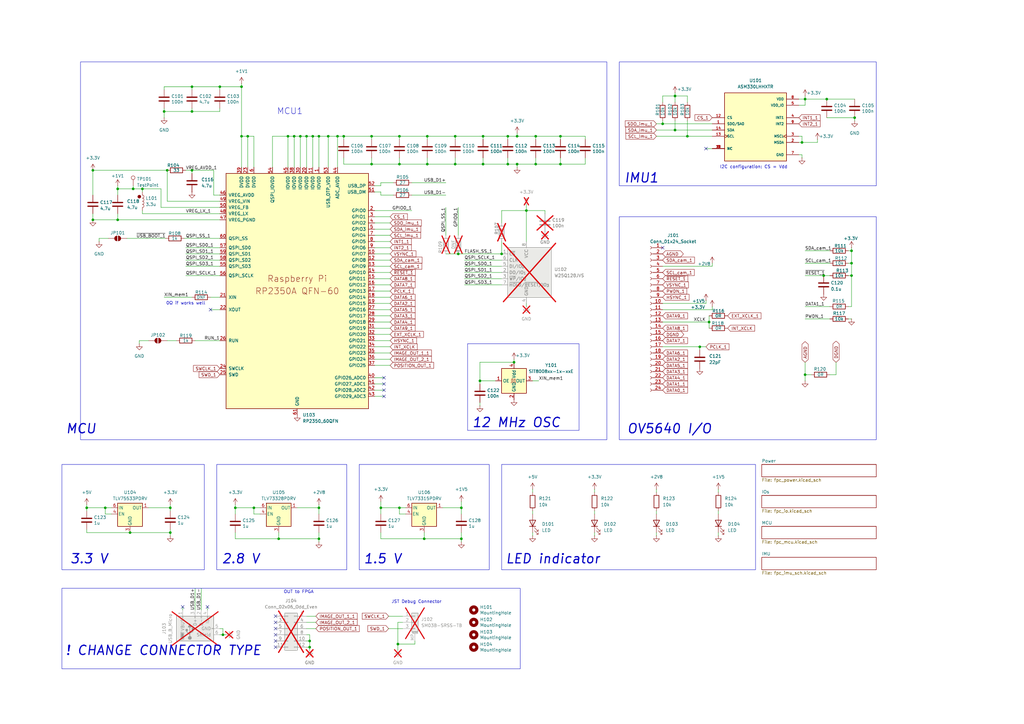
<source format=kicad_sch>
(kicad_sch (version 20250114) (generator "eeschema") (generator_version "9.0")
  (paper "A3")
  (lib_symbols
    (symbol "ASM330LHHXTR:ASM330LHHXTR" (pin_names (offset 1.016))
      (property "Reference" "U3" (at 0 20.32 0))
      (property "Value" "ASM330LHHXTR" (at 0 17.78 0))
      (symbol "ASM330LHHXTR_0_0"
        (pin input line (at -17.78 5.08 0) (length 5.08) (name "CS") (number "12"))
        (pin bidirectional line (at -17.78 2.54 0) (length 5.08) (name "SDO/SA0") (number "1"))
        (pin bidirectional line (at -17.78 0 0) (length 5.08) (name "SDA") (number "14"))
        (pin input clock (at -17.78 -2.54 0) (length 5.08) (name "SCL") (number "13"))
        (pin passive line (at -17.78 -7.62 0) (length 5.08) (name "NC") (number "10"))
        (pin passive line (at -17.78 -7.62 0) (length 5.08) (name "NC") (number "11"))
        (pin passive line (at -17.78 -7.62 0) (length 5.08) (name "NC") (number "6"))
        (pin power_in line (at 17.78 12.7 180) (length 5.08) (name "VDD") (number "8"))
        (pin power_in line (at 17.78 10.16 180) (length 5.08) (name "VDD_IO") (number "5"))
        (pin output line (at 17.78 5.08 180) (length 5.08) (name "INT1") (number "4"))
        (pin output line (at 17.78 2.54 180) (length 5.08) (name "INT2") (number "9"))
        (pin input clock (at 17.78 -2.54 180) (length 5.08) (name "MSCL") (number "3"))
        (pin bidirectional line (at 17.78 -5.08 180) (length 5.08) (name "MSDA") (number "2"))
        (pin power_in line (at 17.78 -10.16 180) (length 5.08) (name "GND") (number "7"))
      )
    )
    (symbol "Connector:Conn_01x24_Socket" (pin_names (offset 1.016) (hide yes))
      (property "Reference" "J" (at 0 30.48 0))
      (property "Value" "Conn_01x24_Socket" (at 0 -33.02 0))
      (symbol "Conn_01x24_Socket_1_1"
        (pin passive line (at -5.08 27.94 0) (length 3.81) (name "Pin_1") (number "1"))
        (pin passive line (at -5.08 25.4 0) (length 3.81) (name "Pin_2") (number "2"))
        (pin passive line (at -5.08 22.86 0) (length 3.81) (name "Pin_3") (number "3"))
        (pin passive line (at -5.08 20.32 0) (length 3.81) (name "Pin_4") (number "4"))
        (pin passive line (at -5.08 17.78 0) (length 3.81) (name "Pin_5") (number "5"))
        (pin passive line (at -5.08 15.24 0) (length 3.81) (name "Pin_6") (number "6"))
        (pin passive line (at -5.08 12.7 0) (length 3.81) (name "Pin_7") (number "7"))
        (pin passive line (at -5.08 10.16 0) (length 3.81) (name "Pin_8") (number "8"))
        (pin passive line (at -5.08 7.62 0) (length 3.81) (name "Pin_9") (number "9"))
        (pin passive line (at -5.08 5.08 0) (length 3.81) (name "Pin_10") (number "10"))
        (pin passive line (at -5.08 2.54 0) (length 3.81) (name "Pin_11") (number "11"))
        (pin passive line (at -5.08 0 0) (length 3.81) (name "Pin_12") (number "12"))
        (pin passive line (at -5.08 -2.54 0) (length 3.81) (name "Pin_13") (number "13"))
        (pin passive line (at -5.08 -5.08 0) (length 3.81) (name "Pin_14") (number "14"))
        (pin passive line (at -5.08 -7.62 0) (length 3.81) (name "Pin_15") (number "15"))
        (pin passive line (at -5.08 -10.16 0) (length 3.81) (name "Pin_16") (number "16"))
        (pin passive line (at -5.08 -12.7 0) (length 3.81) (name "Pin_17") (number "17"))
        (pin passive line (at -5.08 -15.24 0) (length 3.81) (name "Pin_18") (number "18"))
        (pin passive line (at -5.08 -17.78 0) (length 3.81) (name "Pin_19") (number "19"))
        (pin passive line (at -5.08 -20.32 0) (length 3.81) (name "Pin_20") (number "20"))
        (pin passive line (at -5.08 -22.86 0) (length 3.81) (name "Pin_21") (number "21"))
        (pin passive line (at -5.08 -25.4 0) (length 3.81) (name "Pin_22") (number "22"))
        (pin passive line (at -5.08 -27.94 0) (length 3.81) (name "Pin_23") (number "23"))
        (pin passive line (at -5.08 -30.48 0) (length 3.81) (name "Pin_24") (number "24"))
      )
    )
    (symbol "Connector:TestPoint" (pin_numbers (hide yes)) (pin_names (offset 0.762) (hide yes))
      (property "Reference" "TP" (at 0 6.858 0))
      (property "Value" "TestPoint" (at 0 5.08 0))
      (symbol "TestPoint_1_1"
        (pin passive line (at 0 0 90) (length 2.54) (name "1") (number "1"))
      )
    )
    (symbol "Connector_Generic:Conn_02x06_Odd_Even" (pin_names (offset 1.016) (hide yes))
      (property "Reference" "J" (at 1.27 7.62 0))
      (property "Value" "Conn_02x06_Odd_Even" (at 1.27 -10.16 0))
      (symbol "Conn_02x06_Odd_Even_1_1"
        (pin passive line (at -5.08 5.08 0) (length 3.81) (name "Pin_1") (number "1"))
        (pin passive line (at -5.08 2.54 0) (length 3.81) (name "Pin_3") (number "3"))
        (pin passive line (at -5.08 0 0) (length 3.81) (name "Pin_5") (number "5"))
        (pin passive line (at -5.08 -2.54 0) (length 3.81) (name "Pin_7") (number "7"))
        (pin passive line (at -5.08 -5.08 0) (length 3.81) (name "Pin_9") (number "9"))
        (pin passive line (at -5.08 -7.62 0) (length 3.81) (name "Pin_11") (number "11"))
        (pin passive line (at 7.62 5.08 180) (length 3.81) (name "Pin_2") (number "2"))
        (pin passive line (at 7.62 2.54 180) (length 3.81) (name "Pin_4") (number "4"))
        (pin passive line (at 7.62 0 180) (length 3.81) (name "Pin_6") (number "6"))
        (pin passive line (at 7.62 -2.54 180) (length 3.81) (name "Pin_8") (number "8"))
        (pin passive line (at 7.62 -5.08 180) (length 3.81) (name "Pin_10") (number "10"))
        (pin passive line (at 7.62 -7.62 180) (length 3.81) (name "Pin_12") (number "12"))
      )
    )
    (symbol "Connector_Generic_MountingPin:Conn_01x03_MountingPin" (pin_names (offset 1.016) (hide yes))
      (property "Reference" "J" (at 0 5.08 0))
      (property "Value" "Conn_01x03_MountingPin" (at 1.27 -5.08 0))
      (symbol "Conn_01x03_MountingPin_1_1"
        (text "Mounting" (at 0 -4.191 0) (effects (font (size 0.381 0.381))))
        (pin passive line (at -5.08 2.54 0) (length 3.81) (name "Pin_1") (number "1"))
        (pin passive line (at -5.08 0 0) (length 3.81) (name "Pin_2") (number "2"))
        (pin passive line (at -5.08 -2.54 0) (length 3.81) (name "Pin_3") (number "3"))
        (pin passive line (at 0 -7.62 90) (length 3.048) (name "MountPin") (number "MP"))
      )
    )
    (symbol "Device:C" (pin_numbers (hide yes)) (pin_names (offset 0.254))
      (property "Reference" "C" (at 0.635 2.54 0))
      (property "Value" "C" (at 0.635 -2.54 0))
      (symbol "C_1_1"
        (pin passive line (at 0 3.81 270) (length 2.794) (name "~") (number "1"))
        (pin passive line (at 0 -3.81 90) (length 2.794) (name "~") (number "2"))
      )
    )
    (symbol "Device:L" (pin_numbers (hide yes)) (pin_names (offset 1.016) (hide yes))
      (property "Reference" "L" (at -1.27 0 90))
      (property "Value" "L" (at 1.905 0 90))
      (symbol "L_1_1"
        (pin passive line (at 0 3.81 270) (length 1.27) (name "1") (number "1"))
        (pin passive line (at 0 -3.81 90) (length 1.27) (name "2") (number "2"))
      )
    )
    (symbol "Device:LED" (pin_numbers (hide yes)) (pin_names (offset 1.016) (hide yes))
      (property "Reference" "D" (at 0 2.54 0))
      (property "Value" "LED" (at 0 -2.54 0))
      (symbol "LED_1_1"
        (pin passive line (at -3.81 0 0) (length 2.54) (name "K") (number "1"))
        (pin passive line (at 3.81 0 180) (length 2.54) (name "A") (number "2"))
      )
    )
    (symbol "Device:R" (pin_numbers (hide yes)) (pin_names (offset 0))
      (property "Reference" "R" (at 2.032 0 90))
      (property "Value" "R" (at 0 0 90))
      (symbol "R_1_1"
        (pin passive line (at 0 3.81 270) (length 1.27) (name "~") (number "1"))
        (pin passive line (at 0 -3.81 90) (length 1.27) (name "~") (number "2"))
      )
    )
    (symbol "GND_1" (power) (pin_numbers (hide yes)) (pin_names (offset 0) (hide yes))
      (property "Value" "GND" (at 0 -3.81 0))
      (symbol "GND_1_1_1"
        (pin power_in line (at 0 0 270) (length 0) (name "~") (number "1"))
      )
    )
    (symbol "GND_10" (power) (pin_numbers (hide yes)) (pin_names (offset 0) (hide yes))
      (property "Value" "GND" (at 0 -3.81 0))
      (symbol "GND_10_1_1"
        (pin power_in line (at 0 0 270) (length 0) (name "~") (number "1"))
      )
    )
    (symbol "GND_2" (power) (pin_numbers (hide yes)) (pin_names (offset 0) (hide yes))
      (property "Value" "GND" (at 0 -3.81 0))
      (symbol "GND_2_1_1"
        (pin power_in line (at 0 0 270) (length 0) (name "~") (number "1"))
      )
    )
    (symbol "GND_3" (power) (pin_numbers (hide yes)) (pin_names (offset 0) (hide yes))
      (property "Value" "GND" (at 0 -3.81 0))
      (symbol "GND_3_1_1"
        (pin power_in line (at 0 0 270) (length 0) (name "~") (number "1"))
      )
    )
    (symbol "GND_6" (power) (pin_numbers (hide yes)) (pin_names (offset 0) (hide yes))
      (property "Value" "GND" (at 0 -3.81 0))
      (symbol "GND_6_1_1"
        (pin power_in line (at 0 0 270) (length 0) (name "~") (number "1"))
      )
    )
    (symbol "GND_7" (power) (pin_numbers (hide yes)) (pin_names (offset 0) (hide yes))
      (property "Value" "GND" (at 0 -3.81 0))
      (symbol "GND_7_1_1"
        (pin power_in line (at 0 0 270) (length 0) (name "~") (number "1"))
      )
    )
    (symbol "GND_8" (power) (pin_numbers (hide yes)) (pin_names (offset 0) (hide yes))
      (property "Value" "GND" (at 0 -3.81 0))
      (symbol "GND_8_1_1"
        (pin power_in line (at 0 0 270) (length 0) (name "~") (number "1"))
      )
    )
    (symbol "GND_9" (power) (pin_numbers (hide yes)) (pin_names (offset 0) (hide yes))
      (property "Value" "GND" (at 0 -3.81 0))
      (symbol "GND_9_1_1"
        (pin power_in line (at 0 0 270) (length 0) (name "~") (number "1"))
      )
    )
    (symbol "Jumper:SolderJumper_2_Open" (pin_numbers (hide yes)) (pin_names (offset 0) (hide yes)) (in_bom no)
      (property "Reference" "JP" (at 0 2.032 0))
      (property "Value" "SolderJumper_2_Open" (at 0 -2.54 0))
      (symbol "SolderJumper_2_Open_1_1"
        (pin passive line (at -3.81 0 0) (length 2.54) (name "A") (number "1"))
        (pin passive line (at 3.81 0 180) (length 2.54) (name "B") (number "2"))
      )
    )
    (symbol "MCU_RaspberryPi_RP2350:RP2350_60QFN" (pin_names (offset 1.016))
      (property "Reference" "U" (at -29.21 49.53 0))
      (property "Value" "RP2350_60QFN" (at 24.13 -49.53 0))
      (symbol "RP2350_60QFN_0_0"
        (text "Raspberry Pi" (at 0 5.08 0) (effects (font (size 2.54 2.54))))
      )
      (symbol "RP2350_60QFN_1_0"
        (text "RP2350A QFN-60" (at 0 0 0) (effects (font (size 2.54 2.54))))
      )
      (symbol "RP2350_60QFN_1_1"
        (pin power_in line (at -31.75 39.37 0) (length 2.54) (name "VREG_AVDD") (number "46"))
        (pin power_in line (at -31.75 36.83 0) (length 2.54) (name "VREG_VIN") (number "49"))
        (pin input line (at -31.75 34.29 0) (length 2.54) (name "VREG_FB") (number "50"))
        (pin power_out line (at -31.75 31.75 0) (length 2.54) (name "VREG_LX") (number "48"))
        (pin power_in line (at -31.75 29.21 0) (length 2.54) (name "VREG_PGND") (number "47"))
        (pin bidirectional line (at -31.75 21.59 0) (length 2.54) (name "QSPI_SS") (number "60"))
        (pin bidirectional line (at -31.75 17.78 0) (length 2.54) (name "QSPI_SD0") (number "57"))
        (pin bidirectional line (at -31.75 15.24 0) (length 2.54) (name "QSPI_SD1") (number "59"))
        (pin bidirectional line (at -31.75 12.7 0) (length 2.54) (name "QSPI_SD2") (number "58"))
        (pin bidirectional line (at -31.75 10.16 0) (length 2.54) (name "QSPI_SD3") (number "55"))
        (pin output line (at -31.75 6.35 0) (length 2.54) (name "QSPI_SCLK") (number "56"))
        (pin input line (at -31.75 -2.54 0) (length 2.54) (name "XIN") (number "21"))
        (pin passive line (at -31.75 -7.62 0) (length 2.54) (name "XOUT") (number "22"))
        (pin input line (at -31.75 -20.32 0) (length 2.54) (name "RUN") (number "26"))
        (pin output line (at -31.75 -31.75 0) (length 2.54) (name "SWCLK") (number "24"))
        (pin bidirectional line (at -31.75 -34.29 0) (length 2.54) (name "SWD") (number "25"))
        (pin power_in line (at -22.86 50.8 270) (length 2.54) (name "DVDD") (number "39"))
        (pin power_in line (at -20.32 50.8 270) (length 2.54) (name "DVDD") (number "23"))
        (pin power_in line (at -17.78 50.8 270) (length 2.54) (name "DVDD") (number "6"))
        (pin power_in line (at -10.16 50.8 270) (length 2.54) (name "QSPI_IOVDD") (number "54"))
        (pin power_in line (at -3.81 50.8 270) (length 2.54) (name "IOVDD") (number "45"))
        (pin power_in line (at -1.27 50.8 270) (length 2.54) (name "IOVDD") (number "38"))
        (pin power_in line (at 0 -50.8 90) (length 2.54) (name "GND") (number "61"))
        (pin power_in line (at 1.27 50.8 270) (length 2.54) (name "IOVDD") (number "30"))
        (pin power_in line (at 3.81 50.8 270) (length 2.54) (name "IOVDD") (number "20"))
        (pin power_in line (at 6.35 50.8 270) (length 2.54) (name "IOVDD") (number "11"))
        (pin power_in line (at 8.89 50.8 270) (length 2.54) (name "IOVDD") (number "1"))
        (pin power_in line (at 12.7 50.8 270) (length 2.54) (name "USB_OTP_VDD") (number "53"))
        (pin power_in line (at 16.51 50.8 270) (length 2.54) (name "ADC_AVDD") (number "44"))
        (pin bidirectional line (at 31.75 43.18 180) (length 2.54) (name "USB_DP") (number "52"))
        (pin bidirectional line (at 31.75 40.64 180) (length 2.54) (name "USB_DM") (number "51"))
        (pin bidirectional line (at 31.75 33.02 180) (length 2.54) (name "GPIO0") (number "2"))
        (pin bidirectional line (at 31.75 30.48 180) (length 2.54) (name "GPIO1") (number "3"))
        (pin bidirectional line (at 31.75 27.94 180) (length 2.54) (name "GPIO2") (number "4"))
        (pin bidirectional line (at 31.75 25.4 180) (length 2.54) (name "GPIO3") (number "5"))
        (pin bidirectional line (at 31.75 22.86 180) (length 2.54) (name "GPIO4") (number "7"))
        (pin bidirectional line (at 31.75 20.32 180) (length 2.54) (name "GPIO5") (number "8"))
        (pin bidirectional line (at 31.75 17.78 180) (length 2.54) (name "GPIO6") (number "9"))
        (pin bidirectional line (at 31.75 15.24 180) (length 2.54) (name "GPIO7") (number "10"))
        (pin bidirectional line (at 31.75 12.7 180) (length 2.54) (name "GPIO8") (number "12"))
        (pin bidirectional line (at 31.75 10.16 180) (length 2.54) (name "GPIO9") (number "13"))
        (pin bidirectional line (at 31.75 7.62 180) (length 2.54) (name "GPIO10") (number "14"))
        (pin bidirectional line (at 31.75 5.08 180) (length 2.54) (name "GPIO11") (number "15"))
        (pin bidirectional line (at 31.75 2.54 180) (length 2.54) (name "GPIO12") (number "16"))
        (pin bidirectional line (at 31.75 0 180) (length 2.54) (name "GPIO13") (number "17"))
        (pin bidirectional line (at 31.75 -2.54 180) (length 2.54) (name "GPIO14") (number "18"))
        (pin bidirectional line (at 31.75 -5.08 180) (length 2.54) (name "GPIO15") (number "19"))
        (pin bidirectional line (at 31.75 -7.62 180) (length 2.54) (name "GPIO16") (number "27"))
        (pin bidirectional line (at 31.75 -10.16 180) (length 2.54) (name "GPIO17") (number "28"))
        (pin bidirectional line (at 31.75 -12.7 180) (length 2.54) (name "GPIO18") (number "29"))
        (pin bidirectional line (at 31.75 -15.24 180) (length 2.54) (name "GPIO19") (number "31"))
        (pin bidirectional line (at 31.75 -17.78 180) (length 2.54) (name "GPIO20") (number "32"))
        (pin bidirectional line (at 31.75 -20.32 180) (length 2.54) (name "GPIO21") (number "33"))
        (pin bidirectional line (at 31.75 -22.86 180) (length 2.54) (name "GPIO22") (number "34"))
        (pin bidirectional line (at 31.75 -25.4 180) (length 2.54) (name "GPIO23") (number "35"))
        (pin bidirectional line (at 31.75 -27.94 180) (length 2.54) (name "GPIO24") (number "36"))
        (pin bidirectional line (at 31.75 -30.48 180) (length 2.54) (name "GPIO25") (number "37"))
        (pin bidirectional line (at 31.75 -35.56 180) (length 2.54) (name "GPIO26_ADC0") (number "40"))
        (pin bidirectional line (at 31.75 -38.1 180) (length 2.54) (name "GPIO27_ADC1") (number "41"))
        (pin bidirectional line (at 31.75 -40.64 180) (length 2.54) (name "GPIO28_ADC2") (number "42"))
        (pin bidirectional line (at 31.75 -43.18 180) (length 2.54) (name "GPIO29_ADC3") (number "43"))
      )
    )
    (symbol "Mechanical:MountingHole" (pin_names (offset 1.016))
      (property "Reference" "H" (at 0 5.08 0))
      (property "Value" "MountingHole" (at 0 3.175 0))
    )
    (symbol "MountingHole_1" (pin_names (offset 1.016))
      (property "Reference" "H" (at 0 5.08 0))
      (property "Value" "MountingHole" (at 0 3.175 0))
    )
    (symbol "MountingHole_2" (pin_names (offset 1.016))
      (property "Reference" "H" (at 0 5.08 0))
      (property "Value" "MountingHole" (at 0 3.175 0))
    )
    (symbol "MountingHole_3" (pin_names (offset 1.016))
      (property "Reference" "H" (at 0 5.08 0))
      (property "Value" "MountingHole" (at 0 3.175 0))
    )
    (symbol "Oscillator:SiT8008xx-1x-xxE"
      (property "Reference" "Y" (at 4.064 8.89 0))
      (property "Value" "SiT8008xx-1x-xxE" (at 12.446 6.858 0))
      (symbol "SiT8008xx-1x-xxE_1_1"
        (pin input line (at -7.62 0 0) (length 2.54) (name "OE") (number "1"))
        (pin power_in line (at 0 7.62 270) (length 2.54) (name "Vdd") (number "4"))
        (pin power_in line (at 0 -7.62 90) (length 2.54) (name "GND") (number "2"))
        (pin output line (at 7.62 0 180) (length 2.54) (name "OUT") (number "3"))
      )
    )
    (symbol "Regulator_Linear:TLV75533PDRV" (pin_names (offset 0.254))
      (property "Reference" "U" (at -3.81 5.715 0))
      (property "Value" "TLV75533PDRV" (at 0 5.715 0))
      (symbol "TLV75533PDRV_1_1"
        (pin power_in line (at -7.62 2.54 0) (length 2.54) (name "IN") (number "6"))
        (pin input line (at -7.62 0 0) (length 2.54) (name "EN") (number "4"))
        (pin power_in line (at 0 -7.62 90) (length 2.54) (name "GND") (number "3"))
        (pin passive line (at 0 -7.62 90) (length 2.54) (hide yes) (name "GND") (number "7"))
        (pin no_connect line (at 5.08 0 180) (length 2.54) (hide yes) (name "NC") (number "2"))
        (pin no_connect line (at 5.08 -2.54 180) (length 2.54) (hide yes) (name "NC") (number "5"))
        (pin power_out line (at 7.62 2.54 180) (length 2.54) (name "OUT") (number "1"))
      )
    )
    (symbol "USB_B_Micro_1" (pin_names (offset 1.016))
      (property "Reference" "J3" (at 0 12.7 0))
      (property "Value" "USB_B_Micro" (at 0 10.16 0))
      (symbol "USB_B_Micro_1_1_1"
        (pin passive line (at -2.54 -10.16 90) (length 2.54) (name "Shield") (number "6"))
        (pin power_in line (at 0 -10.16 90) (length 2.54) (name "GND") (number "5"))
        (pin power_out line (at 7.62 5.08 180) (length 2.54) (name "VBUS") (number "1"))
        (pin bidirectional line (at 7.62 0 180) (length 2.54) (name "D+") (number "3"))
        (pin bidirectional line (at 7.62 -2.54 180) (length 2.54) (name "D-") (number "2"))
        (pin passive line (at 7.62 -5.08 180) (length 2.54) (name "ID") (number "4"))
      )
    )
    (symbol "W25Q128JVS_1"
      (property "Reference" "U" (at -6.35 11.43 0))
      (property "Value" "W25Q128JVS" (at 7.62 11.43 0))
      (symbol "W25Q128JVS_1_1_1"
        (pin input line (at -10.16 7.62 0) (length 2.54) (name "~{CS}") (number "1"))
        (pin input line (at -10.16 5.08 0) (length 2.54) (name "CLK") (number "6"))
        (pin bidirectional line (at -10.16 2.54 0) (length 2.54) (name "DI/IO_{0}") (number "5"))
        (pin bidirectional line (at -10.16 0 0) (length 2.54) (name "DO/IO_{1}") (number "2"))
        (pin bidirectional line (at -10.16 -2.54 0) (length 2.54) (name "~{WP}/IO_{2}") (number "3"))
        (pin bidirectional line (at -10.16 -5.08 0) (length 2.54) (name "~{HOLD}/~{RESET}/IO_{3}") (number "7"))
        (pin power_in line (at 0 12.7 270) (length 2.54) (name "VCC") (number "8"))
        (pin power_in line (at 0 -12.7 90) (length 2.54) (name "GND") (number "4"))
      )
    )
    (symbol "power:+1V1" (power) (pin_numbers (hide yes)) (pin_names (offset 0) (hide yes))
      (property "Value" "+1V1" (at 0 3.556 0))
      (symbol "+1V1_1_1"
        (pin power_in line (at 0 0 90) (length 0) (name "~") (number "1"))
      )
    )
    (symbol "power:+1V5" (power) (pin_numbers (hide yes)) (pin_names (offset 0) (hide yes))
      (property "Value" "+1V5" (at 0 3.556 0))
      (symbol "+1V5_1_1"
        (pin power_in line (at 0 0 90) (length 0) (name "~") (number "1"))
      )
    )
    (symbol "power:+2V8" (power) (pin_numbers (hide yes)) (pin_names (offset 0) (hide yes))
      (property "Value" "+2V8" (at 0 3.556 0))
      (symbol "+2V8_1_1"
        (pin power_in line (at 0 0 90) (length 0) (name "~") (number "1"))
      )
    )
    (symbol "power:+3.3V" (power) (pin_numbers (hide yes)) (pin_names (offset 0) (hide yes))
      (property "Value" "+3.3V" (at 0 3.556 0))
      (symbol "+3.3V_1_1"
        (pin power_in line (at 0 0 90) (length 0) (name "~") (number "1"))
      )
    )
    (symbol "power:+5V" (power) (pin_numbers (hide yes)) (pin_names (offset 0) (hide yes))
      (property "Value" "+5V" (at 0 3.556 0))
      (symbol "+5V_1_1"
        (pin power_in line (at 0 0 90) (length 0) (name "~") (number "1"))
      )
    )
    (symbol "power:GND" (power) (pin_numbers (hide yes)) (pin_names (offset 0) (hide yes))
      (property "Value" "GND" (at 0 -3.81 0))
      (symbol "GND_1_1"
        (pin power_in line (at 0 0 270) (length 0) (name "~") (number "1"))
      )
    )
  )
  (rectangle (start 205.74 190.5) (end 309.88 233.68))
  (rectangle (start 25.4 190.5) (end 83.82 233.68))
  (rectangle (start 88.9 190.5) (end 142.24 233.68))
  (rectangle (start 254 25.4) (end 359.41 76.2))
  (rectangle (start 33.02 25.4) (end 248.92 180.34))
  (rectangle (start 254 88.9) (end 359.41 180.34))
  (rectangle (start 147.32 190.5) (end 200.66 233.68))
  (rectangle (start 25.4 241.3) (end 213.36 274.32))
  (rectangle (start 191.77 140.97) (end 237.49 176.53))
  (circle (center 57.15 80.645) (radius 0.635) (stroke (width 0) (color 132 0 0 1)) (fill (type color) (color 132 0 0 1)))
  (text "0Ω if works well" (at 76.2 124.46 0) (effects (font (size 1.27 1.27))))
  (text "I2C configuration: CS = Vdd" (at 309.118 68.58 0) (effects (font (size 1.27 1.27))))
  (text "IMU1" (at 263.144 73.152 0) (effects (font (size 3.81 3.81) (thickness 0.4763) (italic yes))))
  (text "3.3 V" (at 36.576 229.362 0) (effects (font (size 3.81 3.81) (thickness 0.4763) (italic yes))))
  (text "MCU" (at 33.274 176.022 0) (effects (font (size 3.81 3.81) (thickness 0.4763) (italic yes))))
  (text "MCU1" (at 113.538 47.244 0) (effects (font (size 2.54 2.54)) (justify left bottom)))
  (text "12 MHz OSC" (at 211.836 173.482 0) (effects (font (size 3.81 3.81) (thickness 0.4763) (italic yes))))
  (text "2.8 V" (at 98.806 229.362 0) (effects (font (size 3.81 3.81) (thickness 0.4763) (italic yes))))
  (text "LED indicator" (at 226.822 229.362 0) (effects (font (size 3.81 3.81) (thickness 0.4763) (italic yes))))
  (text "1.5 V" (at 156.972 229.362 0) (effects (font (size 3.81 3.81) (thickness 0.4763) (italic yes))))
  (text "OV5640 I/O" (at 274.574 176.022 0) (effects (font (size 3.81 3.81) (thickness 0.4763) (italic yes))))
  (text "! CHANGE CONNECTOR TYPE" (at 67.056 266.954 0) (effects (font (size 3.81 3.81) (thickness 0.4763) (italic yes))))
  (text "JST Debug Connector" (at 160.528 247.65 0) (effects (font (size 1.27 1.27)) (justify left bottom)))
  (text "OUT to FPGA" (at 116.332 243.586 0) (effects (font (size 1.27 1.27)) (justify left bottom)))
  (junction (at 152.4 67.31))
  (junction (at 58.42 77.47))
  (junction (at 54.61 77.47))
  (junction (at 229.87 67.31))
  (junction (at 276.86 39.37))
  (junction (at 175.26 67.31))
  (junction (at 330.2 153.67))
  (junction (at 130.81 208.28))
  (junction (at 99.06 35.56))
  (junction (at 78.74 35.56))
  (junction (at 128.27 55.88))
  (junction (at 99.06 55.88))
  (junction (at 337.82 113.03))
  (junction (at 118.11 55.88))
  (junction (at 127 265.43))
  (junction (at 328.93 58.42))
  (junction (at 287.02 142.24))
  (junction (at 330.2 40.64))
  (junction (at 229.87 55.88))
  (junction (at 198.12 55.88))
  (junction (at 96.52 208.28))
  (junction (at 43.18 208.28))
  (junction (at 219.71 67.31))
  (junction (at 123.19 55.88))
  (junction (at 130.81 220.98))
  (junction (at 69.85 218.44))
  (junction (at 186.69 67.31))
  (junction (at 163.83 208.28))
  (junction (at 53.34 218.44))
  (junction (at 350.52 48.26))
  (junction (at 35.56 208.28))
  (junction (at 276.86 53.34))
  (junction (at 349.25 113.03))
  (junction (at 198.12 67.31))
  (junction (at 134.62 55.88))
  (junction (at 208.28 55.88))
  (junction (at 189.23 220.98))
  (junction (at 120.65 55.88))
  (junction (at 189.23 208.28))
  (junction (at 215.9 86.36))
  (junction (at 173.99 220.98))
  (junction (at 48.26 90.17))
  (junction (at 114.3 220.98))
  (junction (at 38.1 69.85))
  (junction (at 78.74 45.72))
  (junction (at 187.96 104.14))
  (junction (at 163.83 55.88))
  (junction (at 175.26 55.88))
  (junction (at 48.26 77.47))
  (junction (at 339.09 40.64))
  (junction (at 271.78 50.8))
  (junction (at 127 262.89))
  (junction (at 290.83 132.08))
  (junction (at 349.25 102.87))
  (junction (at 163.195 264.16))
  (junction (at 205.74 104.14))
  (junction (at 91.44 260.35))
  (junction (at 210.82 148.59))
  (junction (at 196.85 156.21))
  (junction (at 138.43 55.88))
  (junction (at 281.94 55.88))
  (junction (at 349.25 107.95))
  (junction (at 90.17 35.56))
  (junction (at 208.28 67.31))
  (junction (at 130.81 55.88))
  (junction (at 38.1 90.17))
  (junction (at 67.31 45.72))
  (junction (at 152.4 55.88))
  (junction (at 125.73 55.88))
  (junction (at 101.6 55.88))
  (junction (at 186.69 55.88))
  (junction (at 212.09 55.88))
  (junction (at 140.97 55.88))
  (junction (at 78.74 69.85))
  (junction (at 156.21 208.28))
  (junction (at 68.58 69.85))
  (junction (at 104.14 208.28))
  (junction (at 163.83 67.31))
  (junction (at 69.85 208.28))
  (junction (at 219.71 55.88))
  (junction (at 212.09 67.31))
  (no_connect (at 289.56 60.96))
  (no_connect (at 86.36 127))
  (no_connect (at 113.03 265.43))
  (no_connect (at 157.48 154.94))
  (no_connect (at 74.93 248.92))
  (no_connect (at 113.03 257.81))
  (no_connect (at 85.09 248.92))
  (no_connect (at 113.03 262.89))
  (no_connect (at 157.48 160.02))
  (no_connect (at 271.78 101.6))
  (no_connect (at 157.48 162.56))
  (no_connect (at 113.03 255.27))
  (no_connect (at 113.03 260.35))
  (no_connect (at 157.48 157.48))
  (no_connect (at 113.03 252.73))
  (wire (pts (xy 87.63 80.01) (xy 90.17 80.01)))
  (wire (pts (xy 243.84 218.44) (xy 243.84 219.71)))
  (wire (pts (xy 196.85 148.59) (xy 210.82 148.59)))
  (wire (pts (xy 349.25 113.03) (xy 349.25 125.73)))
  (wire (pts (xy 187.96 85.09) (xy 187.96 96.52)))
  (wire (pts (xy 186.69 64.77) (xy 186.69 67.31)))
  (wire (pts (xy 229.87 55.88) (xy 240.03 55.88)))
  (wire (pts (xy 153.67 162.56) (xy 157.48 162.56)))
  (wire (pts (xy 330.2 130.81) (xy 340.36 130.81)))
  (wire (pts (xy 130.81 207.01) (xy 130.81 208.28)))
  (wire (pts (xy 340.36 113.03) (xy 337.82 113.03)))
  (wire (pts (xy 281.94 55.88) (xy 292.1 55.88)))
  (wire (pts (xy 78.74 69.85) (xy 78.74 71.12)))
  (wire (pts (xy 287.02 142.24) (xy 271.78 142.24)))
  (wire (pts (xy 45.72 210.82) (xy 43.18 210.82)))
  (wire (pts (xy 190.5 106.68) (xy 205.74 106.68)))
  (wire (pts (xy 190.5 111.76) (xy 205.74 111.76)))
  (wire (pts (xy 198.12 57.15) (xy 198.12 55.88)))
  (wire (pts (xy 91.44 260.35) (xy 92.71 260.35)))
  (wire (pts (xy 152.4 67.31) (xy 140.97 67.31)))
  (wire (pts (xy 68.58 82.55) (xy 90.17 82.55)))
  (wire (pts (xy 69.85 218.44) (xy 69.85 219.71)))
  (wire (pts (xy 90.17 45.72) (xy 90.17 44.45)))
  (wire (pts (xy 53.34 218.44) (xy 69.85 218.44)))
  (wire (pts (xy 99.06 34.29) (xy 99.06 35.56)))
  (wire (pts (xy 78.74 45.72) (xy 90.17 45.72)))
  (wire (pts (xy 328.93 55.88) (xy 328.93 58.42)))
  (wire (pts (xy 276.86 41.91) (xy 276.86 39.37)))
  (wire (pts (xy 276.86 39.37) (xy 281.94 39.37)))
  (wire (pts (xy 215.9 83.82) (xy 215.9 86.36)))
  (wire (pts (xy 67.31 121.92) (xy 78.74 121.92)))
  (wire (pts (xy 337.82 113.03) (xy 330.2 113.03)))
  (wire (pts (xy 189.23 220.98) (xy 189.23 222.25)))
  (wire (pts (xy 153.67 101.6) (xy 160.02 101.6)))
  (wire (pts (xy 196.85 156.21) (xy 196.85 157.48)))
  (wire (pts (xy 218.44 218.44) (xy 218.44 219.71)))
  (wire (pts (xy 66.04 77.47) (xy 58.42 77.47)))
  (wire (pts (xy 189.23 208.28) (xy 189.23 205.74)))
  (wire (pts (xy 125.73 252.73) (xy 129.54 252.73)))
  (wire (pts (xy 153.67 154.94) (xy 157.48 154.94)))
  (wire (pts (xy 78.74 35.56) (xy 90.17 35.56)))
  (wire (pts (xy 153.67 160.02) (xy 157.48 160.02)))
  (wire (pts (xy 67.31 44.45) (xy 67.31 45.72)))
  (wire (pts (xy 96.52 207.01) (xy 96.52 208.28)))
  (wire (pts (xy 156.21 208.28) (xy 163.83 208.28)))
  (wire (pts (xy 85.09 248.92) (xy 85.09 250.19)))
  (wire (pts (xy 243.84 200.66) (xy 243.84 201.93)))
  (wire (pts (xy 86.36 121.92) (xy 90.17 121.92)))
  (wire (pts (xy 153.67 106.68) (xy 160.02 106.68)))
  (wire (pts (xy 76.2 106.68) (xy 90.17 106.68)))
  (wire (pts (xy 173.99 218.44) (xy 173.99 220.98)))
  (wire (pts (xy 190.5 114.3) (xy 205.74 114.3)))
  (wire (pts (xy 218.44 209.55) (xy 218.44 210.82)))
  (wire (pts (xy 90.17 257.81) (xy 91.44 257.81)))
  (wire (pts (xy 153.67 132.08) (xy 160.02 132.08)))
  (wire (pts (xy 269.24 200.66) (xy 269.24 201.93)))
  (wire (pts (xy 153.67 157.48) (xy 157.48 157.48)))
  (wire (pts (xy 127 262.89) (xy 127 265.43)))
  (wire (pts (xy 153.67 86.36) (xy 168.91 86.36)))
  (wire (pts (xy 223.52 87.63) (xy 223.52 86.36)))
  (wire (pts (xy 140.97 57.15) (xy 140.97 55.88)))
  (wire (pts (xy 125.73 255.27) (xy 129.54 255.27)))
  (wire (pts (xy 205.74 91.44) (xy 205.74 86.36)))
  (wire (pts (xy 67.31 36.83) (xy 67.31 35.56)))
  (wire (pts (xy 170.18 262.89) (xy 170.18 264.16)))
  (wire (pts (xy 74.93 250.19) (xy 74.93 248.92)))
  (wire (pts (xy 342.9 148.59) (xy 342.9 153.67)))
  (wire (pts (xy 294.64 200.66) (xy 294.64 201.93)))
  (wire (pts (xy 54.61 76.2) (xy 54.61 77.47)))
  (wire (pts (xy 271.78 132.08) (xy 290.83 132.08)))
  (wire (pts (xy 175.26 55.88) (xy 186.69 55.88)))
  (wire (pts (xy 114.3 218.44) (xy 114.3 220.98)))
  (wire (pts (xy 163.195 264.16) (xy 170.18 264.16)))
  (wire (pts (xy 186.69 67.31) (xy 198.12 67.31)))
  (wire (pts (xy 134.62 68.58) (xy 134.62 55.88)))
  (wire (pts (xy 271.78 124.46) (xy 289.56 124.46)))
  (wire (pts (xy 76.2 101.6) (xy 90.17 101.6)))
  (wire (pts (xy 159.385 257.81) (xy 165.1 257.81)))
  (wire (pts (xy 125.73 260.35) (xy 127 260.35)))
  (wire (pts (xy 330.2 153.67) (xy 332.74 153.67)))
  (wire (pts (xy 153.67 99.06) (xy 160.02 99.06)))
  (wire (pts (xy 127 265.43) (xy 127 266.7)))
  (wire (pts (xy 163.195 255.27) (xy 163.195 264.16)))
  (wire (pts (xy 96.52 208.28) (xy 96.52 210.82)))
  (wire (pts (xy 90.17 97.79) (xy 75.565 97.79)))
  (wire (pts (xy 153.67 119.38) (xy 160.02 119.38)))
  (wire (pts (xy 140.97 55.88) (xy 138.43 55.88)))
  (wire (pts (xy 125.73 257.81) (xy 129.54 257.81)))
  (wire (pts (xy 166.37 210.82) (xy 163.83 210.82)))
  (wire (pts (xy 156.21 76.2) (xy 153.67 76.2)))
  (wire (pts (xy 67.31 45.72) (xy 78.74 45.72)))
  (wire (pts (xy 219.71 55.88) (xy 229.87 55.88)))
  (wire (pts (xy 40.64 97.79) (xy 44.45 97.79)))
  (wire (pts (xy 130.81 220.98) (xy 114.3 220.98)))
  (wire (pts (xy 152.4 55.88) (xy 163.83 55.88)))
  (wire (pts (xy 96.52 208.28) (xy 104.14 208.28)))
  (wire (pts (xy 153.67 129.54) (xy 160.02 129.54)))
  (wire (pts (xy 294.64 218.44) (xy 294.64 219.71)))
  (wire (pts (xy 38.1 87.63) (xy 38.1 90.17)))
  (wire (pts (xy 123.19 68.58) (xy 123.19 55.88)))
  (wire (pts (xy 80.01 139.7) (xy 90.17 139.7)))
  (wire (pts (xy 294.64 209.55) (xy 294.64 210.82)))
  (wire (pts (xy 114.3 220.98) (xy 96.52 220.98)))
  (wire (pts (xy 175.26 57.15) (xy 175.26 55.88)))
  (wire (pts (xy 101.6 55.88) (xy 99.06 55.88)))
  (wire (pts (xy 138.43 55.88) (xy 138.43 68.58)))
  (wire (pts (xy 156.21 74.93) (xy 156.21 76.2)))
  (wire (pts (xy 208.28 67.31) (xy 212.09 67.31)))
  (wire (pts (xy 198.12 64.77) (xy 198.12 67.31)))
  (wire (pts (xy 349.25 101.6) (xy 349.25 102.87)))
  (wire (pts (xy 349.25 107.95) (xy 349.25 113.03)))
  (wire (pts (xy 35.56 208.28) (xy 43.18 208.28)))
  (wire (pts (xy 35.56 218.44) (xy 53.34 218.44)))
  (wire (pts (xy 130.81 220.98) (xy 130.81 222.25)))
  (wire (pts (xy 67.31 45.72) (xy 67.31 48.26)))
  (wire (pts (xy 269.24 50.8) (xy 271.78 50.8)))
  (wire (pts (xy 156.21 78.74) (xy 153.67 78.74)))
  (wire (pts (xy 281.94 49.53) (xy 281.94 55.88)))
  (wire (pts (xy 60.96 139.7) (xy 57.15 139.7)))
  (wire (pts (xy 175.26 67.31) (xy 186.69 67.31)))
  (wire (pts (xy 292.1 125.73) (xy 292.1 127)))
  (wire (pts (xy 339.09 40.64) (xy 350.52 40.64)))
  (wire (pts (xy 330.2 43.18) (xy 330.2 40.64)))
  (wire (pts (xy 153.67 124.46) (xy 160.02 124.46)))
  (wire (pts (xy 58.42 77.47) (xy 58.42 78.74)))
  (wire (pts (xy 340.36 107.95) (xy 330.2 107.95)))
  (wire (pts (xy 125.73 55.88) (xy 128.27 55.88)))
  (wire (pts (xy 196.85 156.21) (xy 196.85 148.59)))
  (wire (pts (xy 156.21 80.01) (xy 161.29 80.01)))
  (wire (pts (xy 223.52 86.36) (xy 215.9 86.36)))
  (wire (pts (xy 82.55 250.19) (xy 82.55 241.3)))
  (wire (pts (xy 66.04 85.09) (xy 66.04 77.47)))
  (wire (pts (xy 212.09 67.31) (xy 219.71 67.31)))
  (wire (pts (xy 269.24 218.44) (xy 269.24 219.71)))
  (wire (pts (xy 125.73 68.58) (xy 125.73 55.88)))
  (wire (pts (xy 48.26 90.17) (xy 90.17 90.17)))
  (wire (pts (xy 104.14 55.88) (xy 104.14 68.58)))
  (wire (pts (xy 219.71 67.31) (xy 229.87 67.31)))
  (wire (pts (xy 156.21 218.44) (xy 156.21 220.98)))
  (wire (pts (xy 58.42 87.63) (xy 58.42 86.36)))
  (wire (pts (xy 350.52 48.26) (xy 350.52 49.53)))
  (wire (pts (xy 186.69 55.88) (xy 198.12 55.88)))
  (wire (pts (xy 76.2 69.85) (xy 78.74 69.85)))
  (wire (pts (xy 290.83 132.08) (xy 290.83 134.62)))
  (wire (pts (xy 130.81 55.88) (xy 130.81 68.58)))
  (wire (pts (xy 90.17 36.83) (xy 90.17 35.56)))
  (wire (pts (xy 58.42 87.63) (xy 90.17 87.63)))
  (wire (pts (xy 140.97 55.88) (xy 152.4 55.88)))
  (wire (pts (xy 190.5 116.84) (xy 205.74 116.84)))
  (wire (pts (xy 153.67 134.62) (xy 160.02 134.62)))
  (wire (pts (xy 349.25 107.95) (xy 347.98 107.95)))
  (wire (pts (xy 229.87 57.15) (xy 229.87 55.88)))
  (wire (pts (xy 152.4 64.77) (xy 152.4 67.31)))
  (wire (pts (xy 330.2 148.59) (xy 330.2 153.67)))
  (wire (pts (xy 153.67 147.32) (xy 160.02 147.32)))
  (wire (pts (xy 229.87 67.31) (xy 240.03 67.31)))
  (wire (pts (xy 121.92 208.28) (xy 130.81 208.28)))
  (wire (pts (xy 48.26 80.01) (xy 48.26 77.47)))
  (wire (pts (xy 156.21 80.01) (xy 156.21 78.74)))
  (wire (pts (xy 168.91 74.93) (xy 182.88 74.93)))
  (wire (pts (xy 289.56 142.24) (xy 287.02 142.24)))
  (wire (pts (xy 208.28 55.88) (xy 208.28 57.15)))
  (wire (pts (xy 35.56 217.17) (xy 35.56 218.44)))
  (wire (pts (xy 156.21 74.93) (xy 161.29 74.93)))
  (wire (pts (xy 271.78 127) (xy 292.1 127)))
  (wire (pts (xy 104.14 208.28) (xy 106.68 208.28)))
  (wire (pts (xy 134.62 55.88) (xy 138.43 55.88)))
  (wire (pts (xy 229.87 67.31) (xy 229.87 64.77)))
  (wire (pts (xy 243.84 209.55) (xy 243.84 210.82)))
  (wire (pts (xy 87.63 69.85) (xy 87.63 80.01)))
  (wire (pts (xy 120.65 68.58) (xy 120.65 55.88)))
  (wire (pts (xy 189.23 218.44) (xy 189.23 220.98)))
  (wire (pts (xy 330.2 153.67) (xy 330.2 156.21)))
  (wire (pts (xy 269.24 55.88) (xy 281.94 55.88)))
  (wire (pts (xy 327.66 58.42) (xy 328.93 58.42)))
  (wire (pts (xy 269.24 53.34) (xy 276.86 53.34)))
  (wire (pts (xy 153.67 149.86) (xy 160.02 149.86)))
  (wire (pts (xy 276.86 53.34) (xy 292.1 53.34)))
  (wire (pts (xy 68.58 69.85) (xy 68.58 82.55)))
  (wire (pts (xy 165.1 255.27) (xy 163.195 255.27)))
  (wire (pts (xy 330.2 125.73) (xy 340.36 125.73)))
  (wire (pts (xy 219.71 64.77) (xy 219.71 67.31)))
  (wire (pts (xy 287.02 142.24) (xy 287.02 143.51)))
  (wire (pts (xy 163.195 264.16) (xy 163.195 266.7)))
  (wire (pts (xy 90.17 85.09) (xy 66.04 85.09)))
  (wire (pts (xy 196.85 165.1) (xy 196.85 166.37)))
  (wire (pts (xy 163.83 64.77) (xy 163.83 67.31)))
  (wire (pts (xy 99.06 55.88) (xy 99.06 68.58)))
  (wire (pts (xy 52.07 97.79) (xy 67.945 97.79)))
  (wire (pts (xy 218.44 200.66) (xy 218.44 201.93)))
  (wire (pts (xy 347.98 102.87) (xy 349.25 102.87)))
  (wire (pts (xy 38.1 90.17) (xy 48.26 90.17)))
  (wire (pts (xy 186.69 57.15) (xy 186.69 55.88)))
  (wire (pts (xy 156.21 220.98) (xy 173.99 220.98)))
  (wire (pts (xy 91.44 257.81) (xy 91.44 260.35)))
  (wire (pts (xy 328.93 63.5) (xy 327.66 63.5)))
  (wire (pts (xy 156.21 208.28) (xy 156.21 210.82)))
  (wire (pts (xy 208.28 55.88) (xy 212.09 55.88)))
  (wire (pts (xy 163.83 208.28) (xy 166.37 208.28)))
  (wire (pts (xy 127 260.35) (xy 127 262.89)))
  (wire (pts (xy 111.76 55.88) (xy 118.11 55.88)))
  (wire (pts (xy 118.11 68.58) (xy 118.11 55.88)))
  (wire (pts (xy 69.85 207.01) (xy 69.85 208.28)))
  (wire (pts (xy 335.28 58.42) (xy 335.28 57.15)))
  (wire (pts (xy 181.61 208.28) (xy 189.23 208.28)))
  (wire (pts (xy 198.12 55.88) (xy 208.28 55.88)))
  (wire (pts (xy 60.96 208.28) (xy 69.85 208.28)))
  (wire (pts (xy 54.61 77.47) (xy 58.42 77.47)))
  (wire (pts (xy 153.67 93.98) (xy 160.02 93.98)))
  (wire (pts (xy 128.27 68.58) (xy 128.27 55.88)))
  (wire (pts (xy 290.83 129.54) (xy 290.83 132.08)))
  (wire (pts (xy 153.67 116.84) (xy 160.02 116.84)))
  (wire (pts (xy 212.09 67.31) (xy 212.09 68.58)))
  (wire (pts (xy 120.65 55.88) (xy 123.19 55.88)))
  (wire (pts (xy 208.28 64.77) (xy 208.28 67.31)))
  (wire (pts (xy 152.4 67.31) (xy 163.83 67.31)))
  (wire (pts (xy 78.74 36.83) (xy 78.74 35.56)))
  (wire (pts (xy 163.83 57.15) (xy 163.83 55.88)))
  (wire (pts (xy 153.67 88.9) (xy 160.02 88.9)))
  (wire (pts (xy 101.6 68.58) (xy 101.6 55.88)))
  (wire (pts (xy 76.2 104.14) (xy 90.17 104.14)))
  (wire (pts (xy 281.94 39.37) (xy 281.94 41.91)))
  (wire (pts (xy 240.03 57.15) (xy 240.03 55.88)))
  (wire (pts (xy 69.85 217.17) (xy 69.85 218.44)))
  (wire (pts (xy 276.86 38.1) (xy 276.86 39.37)))
  (wire (pts (xy 219.71 57.15) (xy 219.71 55.88)))
  (wire (pts (xy 96.52 218.44) (xy 96.52 220.98)))
  (wire (pts (xy 78.74 69.85) (xy 87.63 69.85)))
  (wire (pts (xy 40.64 99.06) (xy 40.64 97.79)))
  (wire (pts (xy 215.9 86.36) (xy 215.9 99.06)))
  (wire (pts (xy 168.91 80.01) (xy 182.88 80.01)))
  (wire (pts (xy 130.81 218.44) (xy 130.81 220.98)))
  (wire (pts (xy 271.78 49.53) (xy 271.78 50.8)))
  (wire (pts (xy 271.78 50.8) (xy 292.1 50.8)))
  (wire (pts (xy 205.74 109.22) (xy 190.5 109.22)))
  (wire (pts (xy 76.2 109.22) (xy 90.17 109.22)))
  (wire (pts (xy 339.09 48.26) (xy 350.52 48.26)))
  (wire (pts (xy 118.11 55.88) (xy 120.65 55.88)))
  (wire (pts (xy 38.1 69.85) (xy 38.1 80.01)))
  (wire (pts (xy 327.66 40.64) (xy 330.2 40.64)))
  (wire (pts (xy 86.36 127) (xy 90.17 127)))
  (wire (pts (xy 218.44 156.21) (xy 220.98 156.21)))
  (wire (pts (xy 153.67 121.92) (xy 160.02 121.92)))
  (wire (pts (xy 276.86 49.53) (xy 276.86 53.34)))
  (wire (pts (xy 123.19 55.88) (xy 125.73 55.88)))
  (wire (pts (xy 153.67 139.7) (xy 160.02 139.7)))
  (wire (pts (xy 153.67 111.76) (xy 160.02 111.76)))
  (wire (pts (xy 215.9 125.73) (xy 215.9 124.46)))
  (wire (pts (xy 347.98 125.73) (xy 349.25 125.73)))
  (wire (pts (xy 153.67 137.16) (xy 160.02 137.16)))
  (wire (pts (xy 182.88 85.09) (xy 182.88 96.52)))
  (wire (pts (xy 153.67 127) (xy 160.02 127)))
  (wire (pts (xy 99.06 35.56) (xy 99.06 55.88)))
  (wire (pts (xy 328.93 63.5) (xy 328.93 64.77)))
  (wire (pts (xy 196.85 156.21) (xy 203.2 156.21)))
  (wire (pts (xy 80.01 250.19) (xy 80.01 241.3)))
  (wire (pts (xy 271.78 39.37) (xy 276.86 39.37)))
  (wire (pts (xy 140.97 64.77) (xy 140.97 67.31)))
  (wire (pts (xy 48.26 87.63) (xy 48.26 90.17)))
  (wire (pts (xy 125.73 265.43) (xy 127 265.43)))
  (wire (pts (xy 182.88 104.14) (xy 187.96 104.14)))
  (wire (pts (xy 156.21 205.74) (xy 156.21 208.28)))
  (wire (pts (xy 328.93 58.42) (xy 335.28 58.42)))
  (wire (pts (xy 198.12 67.31) (xy 208.28 67.31)))
  (wire (pts (xy 78.74 44.45) (xy 78.74 45.72)))
  (wire (pts (xy 128.27 55.88) (xy 130.81 55.88)))
  (wire (pts (xy 289.56 123.19) (xy 289.56 124.46)))
  (wire (pts (xy 205.74 99.06) (xy 205.74 104.14)))
  (wire (pts (xy 38.1 69.85) (xy 68.58 69.85)))
  (wire (pts (xy 125.73 262.89) (xy 127 262.89)))
  (wire (pts (xy 153.67 109.22) (xy 160.02 109.22)))
  (wire (pts (xy 68.58 139.7) (xy 72.39 139.7)))
  (wire (pts (xy 153.67 91.44) (xy 160.02 91.44)))
  (wire (pts (xy 153.67 142.24) (xy 160.02 142.24)))
  (wire (pts (xy 347.98 113.03) (xy 349.25 113.03)))
  (wire (pts (xy 90.17 35.56) (xy 99.06 35.56)))
  (wire (pts (xy 327.66 55.88) (xy 328.93 55.88)))
  (wire (pts (xy 48.26 76.2) (xy 48.26 77.47)))
  (wire (pts (xy 48.26 77.47) (xy 54.61 77.47)))
  (wire (pts (xy 349.25 102.87) (xy 349.25 107.95)))
  (wire (pts (xy 130.81 208.28) (xy 130.81 210.82)))
  (wire (pts (xy 152.4 57.15) (xy 152.4 55.88)))
  (wire (pts (xy 271.78 109.22) (xy 292.1 109.22)))
  (wire (pts (xy 159.385 252.73) (xy 165.1 252.73)))
  (wire (pts (xy 153.67 96.52) (xy 160.02 96.52)))
  (wire (pts (xy 271.78 41.91) (xy 271.78 39.37)))
  (wire (pts (xy 289.56 60.96) (xy 292.1 60.96)))
  (wire (pts (xy 212.09 54.61) (xy 212.09 55.88)))
  (wire (pts (xy 130.81 55.88) (xy 134.62 55.88)))
  (wire (pts (xy 212.09 55.88) (xy 219.71 55.88)))
  (wire (pts (xy 330.2 39.37) (xy 330.2 40.64)))
  (wire (pts (xy 43.18 210.82) (xy 43.18 208.28)))
  (wire (pts (xy 330.2 40.64) (xy 339.09 40.64)))
  (wire (pts (xy 45.72 208.28) (xy 43.18 208.28)))
  (wire (pts (xy 292.1 107.95) (xy 292.1 109.22)))
  (wire (pts (xy 189.23 220.98) (xy 173.99 220.98)))
  (wire (pts (xy 69.85 208.28) (xy 69.85 209.55)))
  (wire (pts (xy 67.31 35.56) (xy 78.74 35.56)))
  (wire (pts (xy 349.25 130.81) (xy 347.98 130.81)))
  (wire (pts (xy 101.6 55.88) (xy 104.14 55.88)))
  (wire (pts (xy 327.66 43.18) (xy 330.2 43.18)))
  (wire (pts (xy 104.14 210.82) (xy 104.14 208.28)))
  (wire (pts (xy 153.67 104.14) (xy 160.02 104.14)))
  (wire (pts (xy 35.56 207.01) (xy 35.56 208.28)))
  (wire (pts (xy 35.56 209.55) (xy 35.56 208.28)))
  (wire (pts (xy 205.74 86.36) (xy 215.9 86.36)))
  (wire (pts (xy 240.03 64.77) (xy 240.03 67.31)))
  (wire (pts (xy 111.76 68.58) (xy 111.76 55.88)))
  (wire (pts (xy 90.17 260.35) (xy 91.44 260.35)))
  (wire (pts (xy 90.17 113.03) (xy 76.2 113.03)))
  (wire (pts (xy 163.83 210.82) (xy 163.83 208.28)))
  (wire (pts (xy 210.82 147.32) (xy 210.82 148.59)))
  (wire (pts (xy 269.24 209.55) (xy 269.24 210.82)))
  (wire (pts (xy 106.68 210.82) (xy 104.14 210.82)))
  (wire (pts (xy 153.67 144.78) (xy 160.02 144.78)))
  (wire (pts (xy 189.23 208.28) (xy 189.23 210.82)))
  (wire (pts (xy 163.83 67.31) (xy 175.26 67.31)))
  (wire (pts (xy 163.83 55.88) (xy 175.26 55.88)))
  (wire (pts (xy 187.96 104.14) (xy 205.74 104.14)))
  (wire (pts (xy 175.26 64.77) (xy 175.26 67.31)))
  (wire (pts (xy 153.67 114.3) (xy 160.02 114.3)))
  (wire (pts (xy 330.2 102.87) (xy 340.36 102.87)))
  (wire (pts (xy 57.15 139.7) (xy 57.15 140.97)))
  (wire (pts (xy 340.36 153.67) (xy 342.9 153.67)))
  (label "QSPI_SD3_1" (at 76.2 109.22 0))
  (label "GPIO0_1" (at 168.91 86.36 180))
  (label "RUN_1" (at 83.82 139.7 0))
  (label "USB_D1-" (at 82.55 241.3 270))
  (label "XIN_mem1" (at 67.31 121.92 0))
  (label "QSPI_SD1_1" (at 190.5 111.76 0))
  (label "QSPI_SD0_1" (at 76.2 101.6 0))
  (label "QSPI_SD2_1" (at 76.2 106.68 0))
  (label "GPIO0_1" (at 187.96 85.09 270))
  (label "QSPI_SD0_1" (at 190.5 109.22 0))
  (label "QSPI_SD2_1" (at 190.5 114.3 0))
  (label "USB_D1-" (at 182.88 80.01 180))
  (label "USB_D1+" (at 182.88 74.93 180))
  (label "VREG_AVDD_1" (at 76.2 69.85 0))
  (label "QSPI_SCLK_1" (at 190.5 106.68 0))
  (label "DATA1_1" (at 330.2 125.73 0))
  (label "FLASH_SS_1" (at 190.5 104.14 0))
  (label "QSPI_SS_1" (at 76.2 97.79 0))
  (label "~{USB_BOOT_1}" (at 55.88 97.79 0))
  (label "PWDN_1" (at 330.2 130.81 0))
  (label "VREG_LX_1" (at 76.2 87.63 0))
  (label "~{RESET_1}" (at 330.2 113.03 0))
  (label "QSPI_SD3_1" (at 190.5 116.84 0))
  (label "SDA_cam_1" (at 330.2 102.87 0))
  (label "QSPI_SD1_1" (at 76.2 104.14 0))
  (label "QSPI_SCLK_1" (at 76.2 113.03 0))
  (label "QSPI_SS_1" (at 182.88 85.09 270))
  (label "XIN_mem1" (at 220.98 156.21 0))
  (label "USB_D1+" (at 80.01 241.3 270))
  (label "XCLK" (at 284.48 132.08 0))
  (label "SCL_cam_1" (at 330.2 107.95 0))
  (global_label "HSYNC_1" (shape input) (at 271.78 121.92 0) (property "Intersheetrefs" "${INTERSHEET_REFS}" (effects (hide yes))))
  (global_label "AGND" (shape bidirectional) (at 271.78 104.14 0) (property "Intersheetrefs" "${INTERSHEET_REFS}" (effects (hide yes))))
  (global_label "DATA6_1" (shape input) (at 160.02 121.92 0) (property "Intersheetrefs" "${INTERSHEET_REFS}" (effects (hide yes))))
  (global_label "DATA5_1" (shape input) (at 271.78 149.86 0) (property "Intersheetrefs" "${INTERSHEET_REFS}" (effects (hide yes))))
  (global_label "DATA2_1" (shape input) (at 271.78 147.32 0) (property "Intersheetrefs" "${INTERSHEET_REFS}" (effects (hide yes))))
  (global_label "~{RESET_1}" (shape input) (at 160.02 111.76 0) (property "Intersheetrefs" "${INTERSHEET_REFS}" (effects (hide yes))))
  (global_label "SDO_imu_1" (shape input) (at 160.02 91.44 0) (property "Intersheetrefs" "${INTERSHEET_REFS}" (effects (hide yes))))
  (global_label "SCL_imu_1" (shape input) (at 160.02 96.52 0) (property "Intersheetrefs" "${INTERSHEET_REFS}" (effects (hide yes))))
  (global_label "SWCLK_1" (shape input) (at 159.385 252.73 180) (property "Intersheetrefs" "${INTERSHEET_REFS}" (effects (hide yes))))
  (global_label "IMAGE_OUT_1_1" (shape input) (at 160.02 144.78 0) (property "Intersheetrefs" "${INTERSHEET_REFS}" (effects (hide yes))))
  (global_label "CS_1" (shape input) (at 292.1 48.26 180) (property "Intersheetrefs" "${INTERSHEET_REFS}" (effects (hide yes))))
  (global_label "PCLK_1" (shape input) (at 289.56 142.24 0) (property "Intersheetrefs" "${INTERSHEET_REFS}" (effects (hide yes))))
  (global_label "SWCLK_1" (shape input) (at 90.17 151.13 180) (property "Intersheetrefs" "${INTERSHEET_REFS}" (effects (hide yes))))
  (global_label "SDA_imu_1" (shape input) (at 269.24 53.34 180) (property "Intersheetrefs" "${INTERSHEET_REFS}" (effects (hide yes))))
  (global_label "INT1_1" (shape input) (at 160.02 99.06 0) (property "Intersheetrefs" "${INTERSHEET_REFS}" (effects (hide yes))))
  (global_label "POSITION_OUT_1" (shape input) (at 160.02 149.86 0) (property "Intersheetrefs" "${INTERSHEET_REFS}" (effects (hide yes))))
  (global_label "CS_1" (shape input) (at 160.02 88.9 0) (property "Intersheetrefs" "${INTERSHEET_REFS}" (effects (hide yes))))
  (global_label "INT2_1" (shape input) (at 160.02 101.6 0) (property "Intersheetrefs" "${INTERSHEET_REFS}" (effects (hide yes))))
  (global_label "SDO_imu_1" (shape input) (at 269.24 50.8 180) (property "Intersheetrefs" "${INTERSHEET_REFS}" (effects (hide yes))))
  (global_label "SDA_cam_1" (shape input) (at 271.78 106.68 0) (property "Intersheetrefs" "${INTERSHEET_REFS}" (effects (hide yes))))
  (global_label "INT_XCLK" (shape input) (at 298.45 134.62 0) (property "Intersheetrefs" "${INTERSHEET_REFS}" (effects (hide yes))))
  (global_label "DATA2_1" (shape input) (at 160.02 124.46 0) (property "Intersheetrefs" "${INTERSHEET_REFS}" (effects (hide yes))))
  (global_label "DATA9_1" (shape input) (at 271.78 129.54 0) (property "Intersheetrefs" "${INTERSHEET_REFS}" (effects (hide yes))))
  (global_label "SDA_imu_1" (shape input) (at 160.02 93.98 0) (property "Intersheetrefs" "${INTERSHEET_REFS}" (effects (hide yes))))
  (global_label "DATA7_1" (shape input) (at 160.02 116.84 0) (property "Intersheetrefs" "${INTERSHEET_REFS}" (effects (hide yes))))
  (global_label "SWD_1" (shape input) (at 159.385 257.81 180) (property "Intersheetrefs" "${INTERSHEET_REFS}" (effects (hide yes))))
  (global_label "SDA_cam_1" (shape input) (at 160.02 106.68 0) (property "Intersheetrefs" "${INTERSHEET_REFS}" (effects (hide yes))))
  (global_label "IMAGE_OUT_2_1" (shape input) (at 129.54 255.27 0) (property "Intersheetrefs" "${INTERSHEET_REFS}" (effects (hide yes))))
  (global_label "DATA9_1" (shape input) (at 160.02 134.62 0) (property "Intersheetrefs" "${INTERSHEET_REFS}" (effects (hide yes))))
  (global_label "INT_XCLK" (shape input) (at 160.02 142.24 0) (property "Intersheetrefs" "${INTERSHEET_REFS}" (effects (hide yes))))
  (global_label "DATA4_1" (shape input) (at 271.78 154.94 0) (property "Intersheetrefs" "${INTERSHEET_REFS}" (effects (hide yes))))
  (global_label "PWDN_1" (shape input) (at 271.78 119.38 0) (property "Intersheetrefs" "${INTERSHEET_REFS}" (effects (hide yes))))
  (global_label "INT1_1" (shape input) (at 327.66 48.26 0) (property "Intersheetrefs" "${INTERSHEET_REFS}" (effects (hide yes))))
  (global_label "VSYNC_1" (shape input) (at 160.02 104.14 0) (property "Intersheetrefs" "${INTERSHEET_REFS}" (effects (hide yes))))
  (global_label "DATA5_1" (shape input) (at 160.02 127 0) (property "Intersheetrefs" "${INTERSHEET_REFS}" (effects (hide yes))))
  (global_label "DATA7_1" (shape input) (at 271.78 139.7 0) (property "Intersheetrefs" "${INTERSHEET_REFS}" (effects (hide yes))))
  (global_label "SCL_cam_1" (shape input) (at 271.78 111.76 0) (property "Intersheetrefs" "${INTERSHEET_REFS}" (effects (hide yes))))
  (global_label "POSITION_OUT_1" (shape input) (at 129.54 257.81 0) (property "Intersheetrefs" "${INTERSHEET_REFS}" (effects (hide yes))))
  (global_label "~{RESET_1}" (shape input) (at 271.78 114.3 0) (property "Intersheetrefs" "${INTERSHEET_REFS}" (effects (hide yes))))
  (global_label "DATA6_1" (shape input) (at 271.78 144.78 0) (property "Intersheetrefs" "${INTERSHEET_REFS}" (effects (hide yes))))
  (global_label "INT2_1" (shape input) (at 327.66 50.8 0) (property "Intersheetrefs" "${INTERSHEET_REFS}" (effects (hide yes))))
  (global_label "IMAGE_OUT_2_1" (shape input) (at 160.02 147.32 0) (property "Intersheetrefs" "${INTERSHEET_REFS}" (effects (hide yes))))
  (global_label "SWD_1" (shape input) (at 90.17 153.67 180) (property "Intersheetrefs" "${INTERSHEET_REFS}" (effects (hide yes))))
  (global_label "EXT_XCLK_1" (shape input) (at 160.02 137.16 0) (property "Intersheetrefs" "${INTERSHEET_REFS}" (effects (hide yes))))
  (global_label "AGND" (shape bidirectional) (at 330.2 148.59 90) (property "Intersheetrefs" "${INTERSHEET_REFS}" (effects (hide yes))))
  (global_label "PCLK_1" (shape input) (at 160.02 119.38 0) (property "Intersheetrefs" "${INTERSHEET_REFS}" (effects (hide yes))))
  (global_label "DATA8_1" (shape input) (at 271.78 134.62 0) (property "Intersheetrefs" "${INTERSHEET_REFS}" (effects (hide yes))))
  (global_label "DATA3_1" (shape input) (at 160.02 129.54 0) (property "Intersheetrefs" "${INTERSHEET_REFS}" (effects (hide yes))))
  (global_label "DATA4_1" (shape input) (at 160.02 132.08 0) (property "Intersheetrefs" "${INTERSHEET_REFS}" (effects (hide yes))))
  (global_label "VSYNC_1" (shape input) (at 271.78 116.84 0) (property "Intersheetrefs" "${INTERSHEET_REFS}" (effects (hide yes))))
  (global_label "SCL_cam_1" (shape input) (at 160.02 109.22 0) (property "Intersheetrefs" "${INTERSHEET_REFS}" (effects (hide yes))))
  (global_label "DGND" (shape bidirectional) (at 342.9 148.59 90) (property "Intersheetrefs" "${INTERSHEET_REFS}" (effects (hide yes))))
  (global_label "IMAGE_OUT_1_1" (shape input) (at 129.54 252.73 0) (property "Intersheetrefs" "${INTERSHEET_REFS}" (effects (hide yes))))
  (global_label "DATA0_1" (shape input) (at 271.78 160.02 0) (property "Intersheetrefs" "${INTERSHEET_REFS}" (effects (hide yes))))
  (global_label "SCL_imu_1" (shape input) (at 269.24 55.88 180) (property "Intersheetrefs" "${INTERSHEET_REFS}" (effects (hide yes))))
  (global_label "DATA1_1" (shape input) (at 271.78 157.48 0) (property "Intersheetrefs" "${INTERSHEET_REFS}" (effects (hide yes))))
  (global_label "EXT_XCLK_1" (shape input) (at 298.45 129.54 0) (property "Intersheetrefs" "${INTERSHEET_REFS}" (effects (hide yes))))
  (global_label "DATA3_1" (shape input) (at 271.78 152.4 0) (property "Intersheetrefs" "${INTERSHEET_REFS}" (effects (hide yes))))
  (global_label "HSYNC_1" (shape input) (at 160.02 139.7 0) (property "Intersheetrefs" "${INTERSHEET_REFS}" (effects (hide yes))))
  (global_label "DATA8_1" (shape input) (at 160.02 114.3 0) (property "Intersheetrefs" "${INTERSHEET_REFS}" (effects (hide yes))))
  (global_label "DGND" (shape bidirectional) (at 271.78 137.16 0) (property "Intersheetrefs" "${INTERSHEET_REFS}" (effects (hide yes))))
  (symbol (lib_id "Device:R") (at 205.74 95.25 0) (unit 1) (on_board no) (dnp yes)
    (property "Reference" "R107" (at 203.708 96.266 90) (effects (justify left)))
    (property "Value" "DNF" (at 205.74 97.282 90) (effects (justify left)))
    (property "Footprint" "Resistor_SMD:R_0603_1608Metric_Pad0.98x0.95mm_HandSolder" (effects (hide yes)))
  )
  (symbol (lib_id "Device:C") (at 223.52 91.44 0) (unit 1) (on_board no) (dnp yes)
    (property "Reference" "C119" (at 226.441 90.2716 0) (effects (justify left)))
    (property "Value" "100n" (at 226.441 92.583 0) (effects (justify left)))
    (property "Footprint" "Capacitor_SMD:C_0603_1608Metric_Pad1.08x0.95mm_HandSolder" (effects (hide yes)))
  )
  (symbol (lib_id "Device:R") (at 165.1 74.93 270) (unit 1)
    (property "Reference" "R105" (at 165.1 72.644 90))
    (property "Value" "27" (at 165.1 74.93 90))
    (property "Footprint" "Resistor_SMD:R_0603_1608Metric_Pad0.98x0.95mm_HandSolder" (effects (hide yes)))
  )
  (symbol (lib_id "Device:R") (at 165.1 80.01 270) (unit 1)
    (property "Reference" "R106" (at 165.1 77.978 90))
    (property "Value" "27" (at 165.1 80.01 90))
    (property "Footprint" "Resistor_SMD:R_0603_1608Metric_Pad0.98x0.95mm_HandSolder" (effects (hide yes)))
  )
  (symbol (lib_id "Device:C") (at 140.97 60.96 0) (unit 1)
    (property "Reference" "C106" (at 143.891 59.7916 0) (effects (justify left)))
    (property "Value" "100n" (at 143.891 62.103 0) (effects (justify left)))
    (property "Footprint" "Capacitor_SMD:C_0603_1608Metric_Pad1.08x0.95mm_HandSolder" (effects (hide yes)))
  )
  (symbol (lib_id "Device:C") (at 152.4 60.96 0) (unit 1)
    (property "Reference" "C107" (at 155.321 59.7916 0) (effects (justify left)))
    (property "Value" "100n" (at 155.321 62.103 0) (effects (justify left)))
    (property "Footprint" "Capacitor_SMD:C_0603_1608Metric_Pad1.08x0.95mm_HandSolder" (effects (hide yes)))
  )
  (symbol (lib_id "Device:C") (at 163.83 60.96 0) (unit 1)
    (property "Reference" "C108" (at 166.751 59.7916 0) (effects (justify left)))
    (property "Value" "100n" (at 166.751 62.103 0) (effects (justify left)))
    (property "Footprint" "Capacitor_SMD:C_0603_1608Metric_Pad1.08x0.95mm_HandSolder" (effects (hide yes)))
  )
  (symbol (lib_id "Device:C") (at 175.26 60.96 0) (unit 1)
    (property "Reference" "C109" (at 178.181 59.7916 0) (effects (justify left)))
    (property "Value" "100n" (at 178.181 62.103 0) (effects (justify left)))
    (property "Footprint" "Capacitor_SMD:C_0603_1608Metric_Pad1.08x0.95mm_HandSolder" (effects (hide yes)))
  )
  (symbol (lib_id "Device:C") (at 186.69 60.96 0) (unit 1)
    (property "Reference" "C110" (at 189.611 59.7916 0) (effects (justify left)))
    (property "Value" "100n" (at 189.611 62.103 0) (effects (justify left)))
    (property "Footprint" "Capacitor_SMD:C_0603_1608Metric_Pad1.08x0.95mm_HandSolder" (effects (hide yes)))
  )
  (symbol (lib_name "MountingHole_1") (lib_id "Mechanical:MountingHole") (at 194.31 250.19 0) (unit 1)
    (property "Reference" "H101" (at 196.85 249.0216 0) (effects (justify left)))
    (property "Value" "MountingHole" (at 196.85 251.333 0) (effects (justify left)))
    (property "Footprint" "MountingHole:MountingHole_2.7mm_M2.5" (effects (hide yes)))
  )
  (symbol (lib_name "MountingHole_3") (lib_id "Mechanical:MountingHole") (at 194.31 255.27 0) (unit 1)
    (property "Reference" "H102" (at 196.85 254.1016 0) (effects (justify left)))
    (property "Value" "MountingHole" (at 196.85 256.413 0) (effects (justify left)))
    (property "Footprint" "MountingHole:MountingHole_2.7mm_M2.5" (effects (hide yes)))
  )
  (symbol (lib_name "MountingHole_2") (lib_id "Mechanical:MountingHole") (at 194.31 260.35 0) (unit 1)
    (property "Reference" "H103" (at 196.85 259.1816 0) (effects (justify left)))
    (property "Value" "MountingHole" (at 196.85 261.493 0) (effects (justify left)))
    (property "Footprint" "MountingHole:MountingHole_2.7mm_M2.5" (effects (hide yes)))
  )
  (symbol (lib_id "Mechanical:MountingHole") (at 194.31 265.43 0) (unit 1)
    (property "Reference" "H104" (at 196.85 264.2616 0) (effects (justify left)))
    (property "Value" "MountingHole" (at 196.85 266.573 0) (effects (justify left)))
    (property "Footprint" "MountingHole:MountingHole_2.7mm_M2.5" (effects (hide yes)))
  )
  (symbol (lib_id "Device:C") (at 35.56 213.36 0) (unit 1)
    (property "Reference" "C123" (at 38.481 212.1916 0) (effects (justify left)))
    (property "Value" "1u" (at 38.481 214.503 0) (effects (justify left)))
    (property "Footprint" "Capacitor_SMD:C_0603_1608Metric_Pad1.08x0.95mm_HandSolder" (effects (hide yes)))
  )
  (symbol (lib_id "Device:C") (at 69.85 213.36 0) (unit 1)
    (property "Reference" "C124" (at 72.771 212.1916 0) (effects (justify left)))
    (property "Value" "1u" (at 72.771 214.503 0) (effects (justify left)))
    (property "Footprint" "Capacitor_SMD:C_0603_1608Metric_Pad1.08x0.95mm_HandSolder" (effects (hide yes)))
  )
  (symbol (lib_id "power:GND") (at 130.81 222.25 0) (unit 1)
    (property "Reference" "#PWR0146" (effects (hide yes)))
    (property "Value" "GND" (effects (hide yes)))
    (property "Description" "Power symbol creates a global label with name \"GND\" , ground" (effects (hide yes)))
  )
  (symbol (lib_id "power:+2V8") (at 130.81 207.01 0) (unit 1)
    (property "Reference" "#PWR0140" (effects (hide yes)))
    (property "Value" "+2V8" (at 130.81 201.93 0))
    (property "Description" "Power symbol creates a global label with name \"+2V8\"" (effects (hide yes)))
  )
  (symbol (lib_id "Device:R") (at 187.96 100.33 180) (unit 1) (on_board no) (dnp yes)
    (property "Reference" "R110" (at 187.96 98.552 90) (effects (justify left)))
    (property "Value" "DNF" (at 185.928 98.298 90) (effects (justify left)))
    (property "Footprint" "Resistor_SMD:R_0603_1608Metric_Pad0.98x0.95mm_HandSolder" (effects (hide yes)))
  )
  (symbol (lib_id "power:+3.3V") (at 330.2 39.37 0) (unit 1) (on_board no)
    (property "Reference" "#PWR0103" (effects (hide yes)))
    (property "Value" "+3.3V" (at 333.756 38.1 0))
    (property "Description" "Power symbol creates a global label with name \"+3.3V\"" (effects (hide yes)))
  )
  (symbol (lib_id "Device:C") (at 90.17 40.64 0) (unit 1)
    (property "Reference" "C103" (at 93.091 39.4716 0) (effects (justify left)))
    (property "Value" "100n" (at 93.091 41.783 0) (effects (justify left)))
    (property "Footprint" "Capacitor_SMD:C_0603_1608Metric_Pad1.08x0.95mm_HandSolder" (effects (hide yes)))
  )
  (symbol (lib_id "Regulator_Linear:TLV75533PDRV") (at 114.3 210.82 0) (unit 1)
    (property "Reference" "U105" (at 114.3 201.93 0))
    (property "Value" "TLV73328PDRV" (at 114.3 204.47 0))
    (property "Footprint" "Package_SON:WSON-6-1EP_2x2mm_P0.65mm_EP1x1.6mm" (effects (hide yes)))
    (property "Datasheet" "http://www.ti.com/lit/ds/symlink/tlv755p.pdf" (effects (hide yes)))
    (property "Description" "500mA Low Dropout Voltage Regulator, Fixed Output 3.3V, WSON6" (effects (hide yes)))
  )
  (symbol (lib_id "Device:R") (at 76.2 139.7 270) (unit 1)
    (property "Reference" "R119" (at 76.2 137.668 90))
    (property "Value" "1k" (at 76.2 139.7 90))
    (property "Footprint" "Resistor_SMD:R_0603_1608Metric_Pad0.98x0.95mm_HandSolder" (effects (hide yes)))
  )
  (symbol (lib_id "power:+5V") (at 218.44 200.66 0) (unit 1)
    (property "Reference" "#PWR0131" (effects (hide yes)))
    (property "Value" "+5V" (at 218.44 195.58 0))
    (property "Description" "Power symbol creates a global label with name \"+5V\"" (effects (hide yes)))
  )
  (symbol (lib_name "GND_6") (lib_id "power:GND") (at 67.31 48.26 0) (unit 1)
    (property "Reference" "#PWR0104" (effects (hide yes)))
    (property "Value" "GND" (at 67.31 53.34 0))
    (property "Description" "Power symbol creates a global label with name \"GND\" , ground" (effects (hide yes)))
  )
  (symbol (lib_id "Device:R") (at 271.78 45.72 0) (unit 1) (on_board no)
    (property "Reference" "R101" (at 269.748 47.498 90) (effects (justify left)))
    (property "Value" "10k" (at 271.78 47.498 90) (effects (justify left)))
    (property "Footprint" "Resistor_SMD:R_0603_1608Metric_Pad0.98x0.95mm_HandSolder" (effects (hide yes)))
    (property "Description" "Resistor" (effects (hide yes)))
  )
  (symbol (lib_id "MCU_RaspberryPi_RP2350:RP2350_60QFN") (at 121.92 119.38 0) (unit 1)
    (property "Reference" "U103" (at 124.1141 170.18 0) (effects (justify left)))
    (property "Value" "RP2350_60QFN" (at 124.1141 172.72 0) (effects (justify left)))
    (property "Footprint" "projLib:RP2350-QFN-60-1EP_7x7_P0.4mm_EP3.4x3.4mm_ThermalVias" (effects (hide yes)))
  )
  (symbol (lib_id "Device:C") (at 198.12 60.96 0) (unit 1)
    (property "Reference" "C111" (at 201.041 59.7916 0) (effects (justify left)))
    (property "Value" "100n" (at 201.041 62.103 0) (effects (justify left)))
    (property "Footprint" "Capacitor_SMD:C_0603_1608Metric_Pad1.08x0.95mm_HandSolder" (effects (hide yes)))
  )
  (symbol (lib_id "Device:LED") (at 269.24 214.63 90) (unit 1)
    (property "Reference" "D103" (at 273.05 214.9474 90) (effects (justify right)))
    (property "Value" "LED" (at 273.05 217.4874 90) (effects (justify right)))
    (property "Footprint" "Diode_SMD:D_0603_1608Metric" (effects (hide yes)))
    (property "Description" "Light emitting diode" (effects (hide yes)))
    (property "Sim.Pins" "1=K 2=A" (effects (hide yes)))
  )
  (symbol (lib_id "Device:C") (at 229.87 60.96 0) (unit 1)
    (property "Reference" "C114" (at 232.791 59.7916 0) (effects (justify left)))
    (property "Value" "100n" (at 232.791 62.103 0) (effects (justify left)))
    (property "Footprint" "Capacitor_SMD:C_0603_1608Metric_Pad1.08x0.95mm_HandSolder" (effects (hide yes)))
  )
  (symbol (lib_id "power:+3.3V") (at 212.09 54.61 0) (unit 1)
    (property "Reference" "#PWR0106" (effects (hide yes)))
    (property "Value" "+3.3V" (at 212.09 49.53 0))
    (property "Description" "Power symbol creates a global label with name \"+3.3V\"" (effects (hide yes)))
  )
  (symbol (lib_name "GND_7") (lib_id "power:GND") (at 210.82 163.83 0) (unit 1)
    (property "Reference" "#PWR0128" (effects (hide yes)))
    (property "Value" "GND" (effects (hide yes)))
    (property "Description" "Power symbol creates a global label with name \"GND\" , ground" (effects (hide yes)))
  )
  (symbol (lib_id "Device:R") (at 82.55 121.92 270) (unit 1)
    (property "Reference" "R114" (at 82.55 119.888 90))
    (property "Value" "DNF" (at 82.55 121.92 90))
    (property "Footprint" "Resistor_SMD:R_0603_1608Metric_Pad0.98x0.95mm_HandSolder" (effects (hide yes)))
  )
  (symbol (lib_name "GND_8") (lib_id "power:GND") (at 215.9 125.73 0) (unit 1) (on_board no) (dnp yes)
    (property "Reference" "#PWR0121" (effects (hide yes)))
    (property "Value" "GND" (at 215.9 130.81 0))
    (property "Description" "Power symbol creates a global label with name \"GND\" , ground" (effects (hide yes)))
  )
  (symbol (lib_id "power:+2V8") (at 269.24 200.66 0) (unit 1)
    (property "Reference" "#PWR0133" (effects (hide yes)))
    (property "Value" "+2V8" (at 269.24 195.58 0))
    (property "Description" "Power symbol creates a global label with name \"+2V8\"" (effects (hide yes)))
  )
  (symbol (lib_id "Device:R") (at 71.755 97.79 270) (unit 1)
    (property "Reference" "R108" (at 71.628 95.758 90))
    (property "Value" "1k" (at 71.628 97.79 90))
    (property "Footprint" "Resistor_SMD:R_0603_1608Metric_Pad0.98x0.95mm_HandSolder" (effects (hide yes)))
  )
  (symbol (lib_name "GND_10") (lib_id "power:GND") (at 337.82 120.65 0) (unit 1)
    (property "Reference" "#PWR0119" (effects (hide yes)))
    (property "Value" "GND" (effects (hide yes)))
    (property "Description" "Power symbol creates a global label with name \"GND\" , ground" (effects (hide yes)))
  )
  (symbol (lib_name "GND_8") (lib_id "power:GND") (at 212.09 68.58 0) (unit 1)
    (property "Reference" "#PWR0109" (effects (hide yes)))
    (property "Value" "GND" (effects (hide yes)))
    (property "Description" "Power symbol creates a global label with name \"GND\" , ground" (effects (hide yes)))
  )
  (symbol (lib_name "GND_9") (lib_id "power:GND") (at 330.2 156.21 0) (unit 1)
    (property "Reference" "#PWR0127" (effects (hide yes)))
    (property "Value" "GND" (effects (hide yes)))
    (property "Description" "Power symbol creates a global label with name \"GND\" , ground" (effects (hide yes)))
  )
  (symbol (lib_id "Device:C") (at 337.82 116.84 0) (unit 1)
    (property "Reference" "C120" (at 340.741 116.0053 0) (effects (justify left)))
    (property "Value" "0.1u" (at 340.741 118.5422 0) (effects (justify left)))
    (property "Footprint" "Capacitor_SMD:C_0603_1608Metric_Pad1.08x0.95mm_HandSolder" (effects (hide yes)))
  )
  (symbol (lib_id "Device:R") (at 72.39 69.85 90) (unit 1)
    (property "Reference" "R104" (at 73.66 67.818 90) (effects (justify left)))
    (property "Value" "33" (at 73.66 69.85 90) (effects (justify left)))
    (property "Footprint" "Resistor_SMD:R_0603_1608Metric_Pad0.98x0.95mm_HandSolder" (effects (hide yes)))
  )
  (symbol (lib_id "Connector:TestPoint") (at 54.61 76.2 0) (unit 1)
    (property "Reference" "TP101" (at 56.134 73.406 0) (effects (justify left)))
    (property "Value" "TestPoint" (at 56.134 75.946 0) (effects (justify left)))
    (property "Footprint" "TestPoint:TestPoint_Pad_D1.0mm" (effects (hide yes)))
    (property "Description" "test point" (effects (hide yes)))
  )
  (symbol (lib_id "Device:R") (at 344.17 107.95 270) (unit 1)
    (property "Reference" "R112" (at 342.392 105.918 90) (effects (justify left)))
    (property "Value" "10k" (at 342.392 107.95 90) (effects (justify left)))
    (property "Footprint" "Resistor_SMD:R_0603_1608Metric_Pad0.98x0.95mm_HandSolder" (effects (hide yes)))
    (property "Description" "Resistor" (effects (hide yes)))
  )
  (symbol (lib_id "Device:C") (at 38.1 83.82 0) (unit 1)
    (property "Reference" "C117" (at 41.021 82.9853 0) (effects (justify left)))
    (property "Value" "4.7u" (at 41.021 85.5222 0) (effects (justify left)))
    (property "Footprint" "Capacitor_SMD:C_0603_1608Metric_Pad1.08x0.95mm_HandSolder" (effects (hide yes)))
  )
  (symbol (lib_name "GND_7") (lib_id "power:GND") (at 127 266.7 0) (unit 1) (on_board no) (dnp yes)
    (property "Reference" "#PWR0149" (effects (hide yes)))
    (property "Value" "GND" (at 127 271.78 0))
    (property "Description" "Power symbol creates a global label with name \"GND\" , ground" (effects (hide yes)))
  )
  (symbol (lib_id "Regulator_Linear:TLV75533PDRV") (at 173.99 210.82 0) (unit 1)
    (property "Reference" "U106" (at 173.99 201.93 0))
    (property "Value" "TLV73315PDRV" (at 173.99 204.47 0))
    (property "Footprint" "Package_SON:WSON-6-1EP_2x2mm_P0.65mm_EP1x1.6mm" (effects (hide yes)))
    (property "Datasheet" "http://www.ti.com/lit/ds/symlink/tlv755p.pdf" (effects (hide yes)))
    (property "Description" "500mA Low Dropout Voltage Regulator, Fixed Output 3.3V, WSON6" (effects (hide yes)))
  )
  (symbol (lib_id "power:GND") (at 350.52 49.53 0) (unit 1) (on_board no)
    (property "Reference" "#PWR0105" (effects (hide yes)))
    (property "Value" "GND" (at 350.52 54.61 0))
    (property "Description" "Power symbol creates a global label with name \"GND\" , ground" (effects (hide yes)))
  )
  (symbol (lib_id "power:+3.3V") (at 243.84 200.66 0) (unit 1)
    (property "Reference" "#PWR0132" (effects (hide yes)))
    (property "Value" "+3.3V" (at 243.84 195.58 0))
    (property "Description" "Power symbol creates a global label with name \"+3.3V\"" (effects (hide yes)))
  )
  (symbol (lib_id "Device:C") (at 287.02 147.32 0) (unit 1)
    (property "Reference" "C121" (at 290.83 146.0499 0) (effects (justify left)))
    (property "Value" "22pF" (at 290.83 148.5899 0) (effects (justify left)))
    (property "Footprint" "Capacitor_SMD:C_0603_1608Metric_Pad1.08x0.95mm_HandSolder" (effects (hide yes)))
    (property "Description" "Unpolarized capacitor" (effects (hide yes)))
  )
  (symbol (lib_id "Device:C") (at 130.81 214.63 0) (unit 1)
    (property "Reference" "C126" (at 133.731 213.4616 0) (effects (justify left)))
    (property "Value" "1u" (at 133.731 215.773 0) (effects (justify left)))
    (property "Footprint" "Capacitor_SMD:C_0603_1608Metric_Pad1.08x0.95mm_HandSolder" (effects (hide yes)))
  )
  (symbol (lib_id "Device:C") (at 48.26 83.82 0) (unit 1)
    (property "Reference" "C118" (at 52.07 82.55 0) (effects (justify left)))
    (property "Value" "4.7u" (at 52.07 85.09 0) (effects (justify left)))
    (property "Footprint" "Capacitor_SMD:C_0603_1608Metric_Pad1.08x0.95mm_HandSolder" (effects (hide yes)))
  )
  (symbol (lib_id "Connector_Generic:Conn_02x06_Odd_Even") (at 118.11 257.81 0) (unit 1) (on_board no) (dnp yes)
    (property "Reference" "J104" (at 119.38 246.38 0))
    (property "Value" "Conn_02x06_Odd_Even" (at 119.38 248.92 0))
    (property "Footprint" "Connector_PinHeader_2.54mm:PinHeader_2x06_P2.54mm_Vertical" (effects (hide yes)))
    (property "Description" "Generic connector, double row, 02x06, odd/even pin numbering scheme (row 1 odd numbers, row 2 even numbers), script generated (kicad-library-utils/schlib/autogen/connector/)" (effects (hide yes)))
  )
  (symbol (lib_id "Device:C") (at 350.52 44.45 0) (unit 1) (on_board no)
    (property "Reference" "C105" (at 353.441 43.2816 0) (effects (justify left)))
    (property "Value" "100n" (at 353.441 45.593 0) (effects (justify left)))
    (property "Footprint" "Capacitor_SMD:C_0603_1608Metric_Pad1.08x0.95mm_HandSolder" (effects (hide yes)))
  )
  (symbol (lib_id "Device:R") (at 344.17 102.87 270) (unit 1)
    (property "Reference" "R111" (at 342.138 100.838 90) (effects (justify left)))
    (property "Value" "10k" (at 342.392 102.87 90) (effects (justify left)))
    (property "Footprint" "Resistor_SMD:R_0603_1608Metric_Pad0.98x0.95mm_HandSolder" (effects (hide yes)))
    (property "Description" "Resistor" (effects (hide yes)))
  )
  (symbol (lib_id "power:+3.3V") (at 215.9 83.82 0) (unit 1) (on_board no) (dnp yes)
    (property "Reference" "#PWR0113" (effects (hide yes)))
    (property "Value" "+3.3V" (at 215.9 78.74 0))
    (property "Description" "Power symbol creates a global label with name \"+3.3V\"" (effects (hide yes)))
  )
  (symbol (lib_name "GND_8") (lib_id "power:GND") (at 92.71 260.35 90) (unit 1) (on_board no) (dnp yes)
    (property "Reference" "#PWR0148" (effects (hide yes)))
    (property "Value" "GND" (at 97.79 260.35 0))
    (property "Description" "Power symbol creates a global label with name \"GND\" , ground" (effects (hide yes)))
  )
  (symbol (lib_id "power:+3.3V") (at 69.85 207.01 0) (unit 1)
    (property "Reference" "#PWR0138" (effects (hide yes)))
    (property "Value" "+3.3V" (at 69.85 201.93 0))
    (property "Description" "Power symbol creates a global label with name \"+3.3V\"" (effects (hide yes)))
  )
  (symbol (lib_id "Device:R") (at 344.17 113.03 270) (unit 1)
    (property "Reference" "R113" (at 342.9 110.998 90) (effects (justify left)))
    (property "Value" "10k" (at 342.392 113.03 90) (effects (justify left)))
    (property "Footprint" "Resistor_SMD:R_0603_1608Metric_Pad0.98x0.95mm_HandSolder" (effects (hide yes)))
    (property "Description" "Resistor" (effects (hide yes)))
  )
  (symbol (lib_id "power:GND") (at 243.84 219.71 0) (unit 1)
    (property "Reference" "#PWR0143" (effects (hide yes)))
    (property "Value" "GND" (effects (hide yes)))
    (property "Description" "Power symbol creates a global label with name \"GND\" , ground" (effects (hide yes)))
  )
  (symbol (lib_id "power:GND") (at 163.195 266.7 0) (unit 1) (on_board no) (dnp yes)
    (property "Reference" "#PWR0150" (effects (hide yes)))
    (property "Value" "GND" (at 163.195 271.78 0))
    (property "Description" "Power symbol creates a global label with name \"GND\" , ground" (effects (hide yes)))
  )
  (symbol (lib_id "Device:C") (at 78.74 74.93 0) (unit 1)
    (property "Reference" "C116" (at 82.55 73.66 0) (effects (justify left)))
    (property "Value" "4.7u" (at 82.55 76.2 0) (effects (justify left)))
    (property "Footprint" "Capacitor_SMD:C_0603_1608Metric_Pad1.08x0.95mm_HandSolder" (effects (hide yes)))
  )
  (symbol (lib_id "power:+3.3V") (at 156.21 205.74 0) (unit 1)
    (property "Reference" "#PWR0135" (effects (hide yes)))
    (property "Value" "+3.3V" (at 156.21 200.66 0))
    (property "Description" "Power symbol creates a global label with name \"+3.3V\"" (effects (hide yes)))
  )
  (symbol (lib_id "Device:R") (at 182.88 100.33 180) (unit 1) (on_board no) (dnp yes)
    (property "Reference" "R109" (at 180.594 98.806 90) (effects (justify left)))
    (property "Value" "0" (at 182.88 99.568 90) (effects (justify left)))
    (property "Footprint" "Resistor_SMD:R_0603_1608Metric_Pad0.98x0.95mm_HandSolder" (effects (hide yes)))
  )
  (symbol (lib_id "power:GND") (at 218.44 219.71 0) (unit 1)
    (property "Reference" "#PWR0142" (effects (hide yes)))
    (property "Value" "GND" (effects (hide yes)))
    (property "Description" "Power symbol creates a global label with name \"GND\" , ground" (effects (hide yes)))
  )
  (symbol (lib_id "Device:R") (at 243.84 205.74 0) (unit 1)
    (property "Reference" "R122" (at 246.38 204.4699 0) (effects (justify left)))
    (property "Value" "10k" (at 246.38 207.0099 0) (effects (justify left)))
    (property "Footprint" "Resistor_SMD:R_0603_1608Metric_Pad0.98x0.95mm_HandSolder" (effects (hide yes)))
    (property "Description" "Resistor" (effects (hide yes)))
  )
  (symbol (lib_id "power:+3.3V") (at 210.82 147.32 0) (unit 1)
    (property "Reference" "#PWR0125" (effects (hide yes)))
    (property "Value" "+3.3V" (at 214.376 145.796 0))
    (property "Description" "Power symbol creates a global label with name \"+3.3V\"" (effects (hide yes)))
  )
  (symbol (lib_id "Regulator_Linear:TLV75533PDRV") (at 53.34 210.82 0) (unit 1)
    (property "Reference" "U104" (at 53.34 201.93 0))
    (property "Value" "TLV75533PDRV" (at 53.34 204.47 0))
    (property "Footprint" "Package_SON:WSON-6-1EP_2x2mm_P0.65mm_EP1x1.6mm" (effects (hide yes)))
    (property "Datasheet" "http://www.ti.com/lit/ds/symlink/tlv755p.pdf" (effects (hide yes)))
    (property "Description" "500mA Low Dropout Voltage Regulator, Fixed Output 3.3V, WSON6" (effects (hide yes)))
  )
  (symbol (lib_id "power:+1V5") (at 294.64 200.66 0) (unit 1)
    (property "Reference" "#PWR0134" (effects (hide yes)))
    (property "Value" "+1V5" (at 294.64 195.58 0))
    (property "Description" "Power symbol creates a global label with name \"+1V5\"" (effects (hide yes)))
  )
  (symbol (lib_name "GND_10") (lib_id "power:GND") (at 349.25 130.81 0) (unit 1)
    (property "Reference" "#PWR0123" (effects (hide yes)))
    (property "Value" "GND" (effects (hide yes)))
    (property "Description" "Power symbol creates a global label with name \"GND\" , ground" (effects (hide yes)))
  )
  (symbol (lib_id "power:GND") (at 269.24 219.71 0) (unit 1)
    (property "Reference" "#PWR0144" (effects (hide yes)))
    (property "Value" "GND" (effects (hide yes)))
    (property "Description" "Power symbol creates a global label with name \"GND\" , ground" (effects (hide yes)))
  )
  (symbol (lib_id "Connector_Generic_MountingPin:Conn_01x03_MountingPin") (at 170.18 255.27 0) (unit 1) (on_board no) (dnp yes)
    (property "Reference" "J102" (at 172.72 254 0) (effects (justify left)))
    (property "Value" "SM03B-SRSS-TB" (at 172.72 256.54 0) (effects (justify left)))
    (property "Footprint" "Connector_JST:JST_SH_SM03B-SRSS-TB_1x03-1MP_P1.00mm_Horizontal" (effects (hide yes)))
  )
  (symbol (lib_id "Device:R") (at 294.64 134.62 90) (unit 1)
    (property "Reference" "R118" (at 294.386 132.588 90))
    (property "Value" "0R" (at 294.64 134.62 90))
    (property "Footprint" "Resistor_SMD:R_0603_1608Metric_Pad0.98x0.95mm_HandSolder" (effects (hide yes)))
    (property "Description" "Resistor" (effects (hide yes)))
  )
  (symbol (lib_id "power:GND") (at 189.23 222.25 0) (unit 1)
    (property "Reference" "#PWR0147" (effects (hide yes)))
    (property "Value" "GND" (effects (hide yes)))
    (property "Description" "Power symbol creates a global label with name \"GND\" , ground" (effects (hide yes)))
  )
  (symbol (lib_id "Connector:Conn_01x24_Socket") (at 266.7 129.54 0) (mirror y) (unit 1)
    (property "Reference" "J101" (at 276.098 96.52 0))
    (property "Value" "Conn_01x24_Socket" (at 276.098 99.06 0))
    (property "Footprint" "Connector_FFC-FPC:TE_2-84952-4_1x24-1MP_P1.0mm_Horizontal" (effects (hide yes)))
    (property "Description" "Generic connector, single row, 01x24, script generated" (effects (hide yes)))
  )
  (symbol (lib_id "power:+3.3V") (at 276.86 38.1 0) (unit 1) (on_board no)
    (property "Reference" "#PWR0102" (effects (hide yes)))
    (property "Value" "+3.3V" (at 280.67 36.576 0))
    (property "Description" "Power symbol creates a global label with name \"+3.3V\"" (effects (hide yes)))
  )
  (symbol (lib_id "Device:C") (at 196.85 161.29 0) (unit 1)
    (property "Reference" "C122" (at 199.771 160.1216 0) (effects (justify left)))
    (property "Value" "100n" (at 199.771 162.433 0) (effects (justify left)))
    (property "Footprint" "Capacitor_SMD:C_0603_1608Metric_Pad1.08x0.95mm_HandSolder" (effects (hide yes)))
  )
  (symbol (lib_id "power:+3.3V") (at 38.1 69.85 0) (unit 1)
    (property "Reference" "#PWR0110" (effects (hide yes)))
    (property "Value" "+3.3V" (at 38.1 64.77 0))
    (property "Description" "Power symbol creates a global label with name \"+3.3V\"" (effects (hide yes)))
  )
  (symbol (lib_id "power:+1V5") (at 189.23 205.74 0) (unit 1)
    (property "Reference" "#PWR0136" (effects (hide yes)))
    (property "Value" "+1V5" (at 189.23 200.66 0))
    (property "Description" "Power symbol creates a global label with name \"+1V5\"" (effects (hide yes)))
  )
  (symbol (lib_id "power:+3.3V") (at 349.25 101.6 0) (unit 1)
    (property "Reference" "#PWR0117" (effects (hide yes)))
    (property "Value" "+3.3V" (at 345.948 97.79 0) (effects (justify left)))
    (property "Description" "Power symbol creates a global label with name \"+3.3V\"" (effects (hide yes)))
  )
  (symbol (lib_id "Device:R") (at 344.17 130.81 90) (unit 1)
    (property "Reference" "R117" (at 344.17 128.524 90))
    (property "Value" "10k" (at 344.17 130.81 90))
    (property "Footprint" "Resistor_SMD:R_0603_1608Metric_Pad0.98x0.95mm_HandSolder" (effects (hide yes)))
    (property "Description" "Resistor" (effects (hide yes)))
  )
  (symbol (lib_id "Device:C") (at 67.31 40.64 0) (unit 1)
    (property "Reference" "C101" (at 70.231 39.4716 0) (effects (justify left)))
    (property "Value" "100n" (at 70.231 41.783 0) (effects (justify left)))
    (property "Footprint" "Capacitor_SMD:C_0603_1608Metric_Pad1.08x0.95mm_HandSolder" (effects (hide yes)))
  )
  (symbol (lib_id "Device:R") (at 294.64 205.74 0) (unit 1)
    (property "Reference" "R124" (at 297.18 204.4699 0) (effects (justify left)))
    (property "Value" "10k" (at 297.18 207.0099 0) (effects (justify left)))
    (property "Footprint" "Resistor_SMD:R_0603_1608Metric_Pad0.98x0.95mm_HandSolder" (effects (hide yes)))
    (property "Description" "Resistor" (effects (hide yes)))
  )
  (symbol (lib_id "Device:LED") (at 218.44 214.63 90) (unit 1)
    (property "Reference" "D101" (at 222.25 214.9474 90) (effects (justify right)))
    (property "Value" "LED" (at 222.25 217.4874 90) (effects (justify right)))
    (property "Footprint" "Diode_SMD:D_0603_1608Metric" (effects (hide yes)))
    (property "Description" "Light emitting diode" (effects (hide yes)))
    (property "Sim.Pins" "1=K 2=A" (effects (hide yes)))
  )
  (symbol (lib_id "power:GND") (at 223.52 95.25 0) (unit 1) (on_board no) (dnp yes)
    (property "Reference" "#PWR0115" (effects (hide yes)))
    (property "Value" "GND" (at 223.52 99.314 0))
    (property "Description" "Power symbol creates a global label with name \"GND\" , ground" (effects (hide yes)))
  )
  (symbol (lib_id "power:+3.3V") (at 96.52 207.01 0) (unit 1)
    (property "Reference" "#PWR0139" (effects (hide yes)))
    (property "Value" "+3.3V" (at 96.52 201.93 0))
    (property "Description" "Power symbol creates a global label with name \"+3.3V\"" (effects (hide yes)))
  )
  (symbol (lib_id "power:+1V1") (at 99.06 34.29 0) (unit 1)
    (property "Reference" "#PWR0101" (effects (hide yes)))
    (property "Value" "+1V1" (at 99.06 29.21 0))
    (property "Description" "Power symbol creates a global label with name \"+1V1\"" (effects (hide yes)))
  )
  (symbol (lib_id "Device:R") (at 294.64 129.54 90) (unit 1)
    (property "Reference" "R116" (at 294.64 127.508 90))
    (property "Value" "0R" (at 294.64 129.54 90))
    (property "Footprint" "Resistor_SMD:R_0603_1608Metric_Pad0.98x0.95mm_HandSolder" (effects (hide yes)))
    (property "Description" "Resistor" (effects (hide yes)))
  )
  (symbol (lib_id "power:GND") (at 328.93 64.77 0) (unit 1) (on_board no)
    (property "Reference" "#PWR0108" (effects (hide yes)))
    (property "Value" "GND" (effects (hide yes)))
    (property "Description" "Power symbol creates a global label with name \"GND\" , ground" (effects (hide yes)))
  )
  (symbol (lib_id "power:GND") (at 294.64 219.71 0) (unit 1)
    (property "Reference" "#PWR0145" (effects (hide yes)))
    (property "Value" "GND" (effects (hide yes)))
    (property "Description" "Power symbol creates a global label with name \"GND\" , ground" (effects (hide yes)))
  )
  (symbol (lib_id "power:+1V1") (at 48.26 76.2 0) (unit 1)
    (property "Reference" "#PWR0111" (effects (hide yes)))
    (property "Value" "+1V1" (at 48.26 72.136 0))
    (property "Description" "Power symbol creates a global label with name \"+1V1\"" (effects (hide yes)))
  )
  (symbol (lib_id "Device:R") (at 336.55 153.67 90) (unit 1)
    (property "Reference" "R120" (at 336.296 151.384 90))
    (property "Value" "0R" (at 336.55 153.67 90))
    (property "Footprint" "Resistor_SMD:R_0603_1608Metric_Pad0.98x0.95mm_HandSolder" (effects (hide yes)))
    (property "Description" "Resistor" (effects (hide yes)))
  )
  (symbol (lib_id "Device:C") (at 78.74 40.64 0) (unit 1)
    (property "Reference" "C102" (at 81.661 39.4716 0) (effects (justify left)))
    (property "Value" "4.7u" (at 81.661 41.783 0) (effects (justify left)))
    (property "Footprint" "Capacitor_SMD:C_0603_1608Metric_Pad1.08x0.95mm_HandSolder" (effects (hide yes)))
  )
  (symbol (lib_id "power:GND") (at 121.92 170.18 0) (unit 1)
    (property "Reference" "#PWR0130" (effects (hide yes)))
    (property "Value" "GND" (effects (hide yes)))
    (property "Description" "Power symbol creates a global label with name \"GND\" , ground" (effects (hide yes)))
  )
  (symbol (lib_id "power:+2V8") (at 292.1 107.95 0) (unit 1)
    (property "Reference" "#PWR0118" (effects (hide yes)))
    (property "Value" "+2V8" (at 288.798 108.204 0))
    (property "Description" "Power symbol creates a global label with name \"+2V8\"" (effects (hide yes)))
  )
  (symbol (lib_id "Device:R") (at 269.24 205.74 0) (unit 1)
    (property "Reference" "R123" (at 271.78 204.4699 0) (effects (justify left)))
    (property "Value" "10k" (at 271.78 207.0099 0) (effects (justify left)))
    (property "Footprint" "Resistor_SMD:R_0603_1608Metric_Pad0.98x0.95mm_HandSolder" (effects (hide yes)))
    (property "Description" "Resistor" (effects (hide yes)))
  )
  (symbol (lib_id "Device:C") (at 240.03 60.96 0) (unit 1)
    (property "Reference" "C115" (at 242.951 59.7916 0) (effects (justify left)))
    (property "Value" "100n" (at 242.951 62.103 0) (effects (justify left)))
    (property "Footprint" "Capacitor_SMD:C_0603_1608Metric_Pad1.08x0.95mm_HandSolder" (effects (hide yes)))
  )
  (symbol (lib_name "GND_1") (lib_id "power:GND") (at 287.02 151.13 0) (unit 1)
    (property "Reference" "#PWR0126" (effects (hide yes)))
    (property "Value" "GND" (effects (hide yes)))
    (property "Description" "Power symbol creates a global label with name \"GND\" , ground" (effects (hide yes)))
  )
  (symbol (lib_id "Device:C") (at 208.28 60.96 0) (unit 1)
    (property "Reference" "C112" (at 211.201 59.7916 0) (effects (justify left)))
    (property "Value" "100n" (at 211.201 62.103 0) (effects (justify left)))
    (property "Footprint" "Capacitor_SMD:C_0603_1608Metric_Pad1.08x0.95mm_HandSolder" (effects (hide yes)))
  )
  (symbol (lib_id "power:+5V") (at 35.56 207.01 0) (unit 1)
    (property "Reference" "#PWR0137" (effects (hide yes)))
    (property "Value" "+5V" (at 35.56 201.93 0))
    (property "Description" "Power symbol creates a global label with name \"+5V\"" (effects (hide yes)))
  )
  (symbol (lib_id "Device:C") (at 96.52 214.63 0) (unit 1)
    (property "Reference" "C125" (at 99.441 213.4616 0) (effects (justify left)))
    (property "Value" "1u" (at 99.441 215.773 0) (effects (justify left)))
    (property "Footprint" "Capacitor_SMD:C_0603_1608Metric_Pad1.08x0.95mm_HandSolder" (effects (hide yes)))
  )
  (symbol (lib_id "ASM330LHHXTR:ASM330LHHXTR") (at 309.88 53.34 0) (unit 1) (on_board no)
    (property "Reference" "U101" (at 309.88 33.02 0))
    (property "Value" "ASM330LHHXTR" (at 309.88 35.56 0))
    (property "Footprint" "ASM330LHHXTR:XDCR_ASM330LHHXTR" (effects (hide yes)))
    (property "MF" "STMicroelectronics" (effects (hide yes)))
    (property "MAXIMUM_PACKAGE_HEIGHT" "0.86mm" (effects (hide yes)))
    (property "Package" "VFLGA-14 STMicroelectronics" (effects (hide yes)))
    (property "Price" "None" (effects (hide yes)))
    (property "Check_prices" "https://www.snapeda.com/parts/ASM330LHHXTR/STMicroelectronics/view-part/?ref=eda" (effects (hide yes)))
    (property "STANDARD" "Manufacturer Recommendations" (effects (hide yes)))
    (property "PARTREV" "8" (effects (hide yes)))
    (property "SnapEDA_Link" "https://www.snapeda.com/parts/ASM330LHHXTR/STMicroelectronics/view-part/?ref=snap" (effects (hide yes)))
    (property "MP" "ASM330LHHXTR" (effects (hide yes)))
    (property "Description_1" "Accelerometer, Gyroscope, Temperature, 6 Axis Sensor I²C, I3C℠, SPI Output" (effects (hide yes)))
    (property "Availability" "In Stock" (effects (hide yes)))
    (property "MANUFACTURER" "STMicroelectronics" (effects (hide yes)))
  )
  (symbol (lib_id "Device:C") (at 156.21 214.63 0) (unit 1)
    (property "Reference" "C127" (at 159.131 213.4616 0) (effects (justify left)))
    (property "Value" "1u" (at 159.131 215.773 0) (effects (justify left)))
    (property "Footprint" "Capacitor_SMD:C_0603_1608Metric_Pad1.08x0.95mm_HandSolder" (effects (hide yes)))
  )
  (symbol (lib_id "Device:LED") (at 243.84 214.63 90) (unit 1)
    (property "Reference" "D102" (at 247.65 214.9474 90) (effects (justify right)))
    (property "Value" "LED" (at 247.65 217.4874 90) (effects (justify right)))
    (property "Footprint" "Diode_SMD:D_0603_1608Metric" (effects (hide yes)))
    (property "Description" "Light emitting diode" (effects (hide yes)))
    (property "Sim.Pins" "1=K 2=A" (effects (hide yes)))
  )
  (symbol (lib_name "W25Q128JVS_1") (lib_id "Memory_Flash:W25Q128JVS") (at 215.9 111.76 0) (unit 1) (on_board no) (dnp yes)
    (property "Reference" "U102" (at 227.33 110.4899 0) (effects (justify left)))
    (property "Value" "W25Q128JVS" (at 227.33 113.0299 0) (effects (justify left)))
    (property "Footprint" "Package_SO:SOIC-8_5.3x5.3mm_P1.27mm" (effects (hide yes)))
    (property "Datasheet" "https://www.winbond.com/resource-files/w25q128jv_dtr%20revc%2003272018%20plus.pdf" (effects (hide yes)))
    (property "Description" "128Mbit / 16MiB Serial Flash Memory, Standard/Dual/Quad SPI, 2.7-3.6V, SOIC-8" (effects (hide yes)))
  )
  (symbol (lib_id "Device:R") (at 276.86 45.72 0) (unit 1) (on_board no)
    (property "Reference" "R102" (at 274.828 47.498 90) (effects (justify left)))
    (property "Value" "10k" (at 276.86 47.498 90) (effects (justify left)))
    (property "Footprint" "Resistor_SMD:R_0603_1608Metric_Pad0.98x0.95mm_HandSolder" (effects (hide yes)))
    (property "Description" "Resistor" (effects (hide yes)))
  )
  (symbol (lib_name "GND_1") (lib_id "power:GND") (at 38.1 90.17 0) (unit 1)
    (property "Reference" "#PWR0114" (effects (hide yes)))
    (property "Value" "GND" (effects (hide yes)))
    (property "Description" "Power symbol creates a global label with name \"GND\" , ground" (effects (hide yes)))
  )
  (symbol (lib_name "USB_B_Micro_1") (lib_id "Connector:USB_B_Micro") (at 80.01 257.81 90) (unit 1) (on_board no) (dnp yes)
    (property "Reference" "J103" (at 67.31 257.81 0))
    (property "Value" "USB_B_Micro" (at 69.85 257.81 0))
    (property "Footprint" "RP2350_60QFN_minimal:USB_Micro-B_Amphenol_10103594-0001LF_Horizontal_modified" (effects (hide yes)))
    (property "Description" "USB Micro Type B connector" (effects (hide yes)))
  )
  (symbol (lib_id "Device:L") (at 58.42 82.55 0) (unit 1)
    (property "Reference" "L101" (at 59.69 81.28 0) (effects (justify left)))
    (property "Value" "3.3u" (at 59.69 83.82 0) (effects (justify left)))
    (property "Footprint" "Inductor_SMD:L_1210_3225Metric" (effects (hide yes)))
  )
  (symbol (lib_id "Jumper:SolderJumper_2_Open") (at 64.77 139.7 0) (unit 1) (in_bom no)
    (property "Reference" "JP102" (at 64.77 137.414 0))
    (property "Value" "SolderJumper_2_Open" (effects (hide yes)))
    (property "Footprint" "Jumper:SolderJumper-2_P1.3mm_Open_RoundedPad1.0x1.5mm" (effects (hide yes)))
    (property "Description" "Solder Jumper, 2-pole, open" (effects (hide yes)))
  )
  (symbol (lib_id "power:+1V5") (at 289.56 123.19 0) (unit 1)
    (property "Reference" "#PWR0120" (effects (hide yes)))
    (property "Value" "+1V5" (at 286.512 123.444 0))
    (property "Description" "Power symbol creates a global label with name \"+1V5\"" (effects (hide yes)))
  )
  (symbol (lib_id "power:GND") (at 40.64 99.06 0) (unit 1)
    (property "Reference" "#PWR0116" (effects (hide yes)))
    (property "Value" "GND" (at 40.64 104.14 0))
    (property "Description" "Power symbol creates a global label with name \"GND\" , ground" (effects (hide yes)))
  )
  (symbol (lib_id "Device:LED") (at 294.64 214.63 90) (unit 1)
    (property "Reference" "D104" (at 298.45 214.9474 90) (effects (justify right)))
    (property "Value" "LED" (at 298.45 217.4874 90) (effects (justify right)))
    (property "Footprint" "Diode_SMD:D_0603_1608Metric" (effects (hide yes)))
    (property "Description" "Light emitting diode" (effects (hide yes)))
    (property "Sim.Pins" "1=K 2=A" (effects (hide yes)))
  )
  (symbol (lib_name "GND_7") (lib_id "power:GND") (at 196.85 166.37 0) (unit 1)
    (property "Reference" "#PWR0129" (effects (hide yes)))
    (property "Value" "GND" (effects (hide yes)))
    (property "Description" "Power symbol creates a global label with name \"GND\" , ground" (effects (hide yes)))
  )
  (symbol (lib_id "Jumper:SolderJumper_2_Open") (at 48.26 97.79 0) (unit 1) (in_bom no)
    (property "Reference" "JP101" (at 48.26 95.504 0))
    (property "Value" "SolderJumper_2_Open" (effects (hide yes)))
    (property "Footprint" "Jumper:SolderJumper-2_P1.3mm_Open_RoundedPad1.0x1.5mm" (effects (hide yes)))
    (property "Description" "Solder Jumper, 2-pole, open" (effects (hide yes)))
  )
  (symbol (lib_id "Device:C") (at 219.71 60.96 0) (unit 1)
    (property "Reference" "C113" (at 222.631 59.7916 0) (effects (justify left)))
    (property "Value" "100n" (at 222.631 62.103 0) (effects (justify left)))
    (property "Footprint" "Capacitor_SMD:C_0603_1608Metric_Pad1.08x0.95mm_HandSolder" (effects (hide yes)))
  )
  (symbol (lib_name "GND_2") (lib_id "power:GND") (at 57.15 140.97 0) (unit 1)
    (property "Reference" "#PWR0124" (effects (hide yes)))
    (property "Value" "GND" (at 57.15 146.05 0))
    (property "Description" "Power symbol creates a global label with name \"GND\" , ground" (effects (hide yes)))
  )
  (symbol (lib_id "Oscillator:SiT8008xx-1x-xxE") (at 210.82 156.21 0) (unit 1)
    (property "Reference" "Y101" (at 226.06 149.7898 0))
    (property "Value" "SiT8008xx-1x-xxE" (at 226.06 152.3298 0))
    (property "Footprint" "Oscillator:Oscillator_SMD_SiT_PQFN-4Pin_2.5x2.0mm" (effects (hide yes)))
    (property "Datasheet" "https://www.sitime.com/support/resource-library/datasheets/sit8008-datasheet" (effects (hide yes)))
    (property "Description" "SiTime Low Power Mems programmable oscillator, 1MHz to 110MHz, PQFN-4, 2.5x2.0mm (with output enable pin)" (effects (hide yes)))
  )
  (symbol (lib_id "Device:C") (at 339.09 44.45 0) (unit 1) (on_board no)
    (property "Reference" "C104" (at 342.011 43.2816 0) (effects (justify left)))
    (property "Value" "100n" (at 342.011 45.593 0) (effects (justify left)))
    (property "Footprint" "Capacitor_SMD:C_0603_1608Metric_Pad1.08x0.95mm_HandSolder" (effects (hide yes)))
  )
  (symbol (lib_id "Device:R") (at 344.17 125.73 90) (unit 1)
    (property "Reference" "R115" (at 343.916 123.444 90))
    (property "Value" "0R" (at 344.17 125.73 90))
    (property "Footprint" "Resistor_SMD:R_0603_1608Metric_Pad0.98x0.95mm_HandSolder" (effects (hide yes)))
    (property "Description" "Resistor" (effects (hide yes)))
  )
  (symbol (lib_id "power:+3.3V") (at 292.1 125.73 0) (unit 1)
    (property "Reference" "#PWR0122" (effects (hide yes)))
    (property "Value" "+3.3V" (at 286.258 125.984 0))
    (property "Description" "Power symbol creates a global label with name \"+3.3V\"" (effects (hide yes)))
  )
  (symbol (lib_id "power:+3.3V") (at 335.28 57.15 0) (unit 1) (on_board no)
    (property "Reference" "#PWR0107" (effects (hide yes)))
    (property "Value" "+3.3V" (at 338.836 55.88 0))
    (property "Description" "Power symbol creates a global label with name \"+3.3V\"" (effects (hide yes)))
  )
  (symbol (lib_id "Device:R") (at 281.94 45.72 0) (unit 1) (on_board no)
    (property "Reference" "R103" (at 279.908 47.498 90) (effects (justify left)))
    (property "Value" "10k" (at 281.94 47.498 90) (effects (justify left)))
    (property "Footprint" "Resistor_SMD:R_0603_1608Metric_Pad0.98x0.95mm_HandSolder" (effects (hide yes)))
    (property "Description" "Resistor" (effects (hide yes)))
  )
  (symbol (lib_id "Device:R") (at 218.44 205.74 0) (unit 1)
    (property "Reference" "R121" (at 220.98 204.4699 0) (effects (justify left)))
    (property "Value" "10k" (at 220.98 207.0099 0) (effects (justify left)))
    (property "Footprint" "Resistor_SMD:R_0603_1608Metric_Pad0.98x0.95mm_HandSolder" (effects (hide yes)))
    (property "Description" "Resistor" (effects (hide yes)))
  )
  (symbol (lib_id "Device:C") (at 189.23 214.63 0) (unit 1)
    (property "Reference" "C128" (at 192.151 213.4616 0) (effects (justify left)))
    (property "Value" "1u" (at 192.151 215.773 0) (effects (justify left)))
    (property "Footprint" "Capacitor_SMD:C_0603_1608Metric_Pad1.08x0.95mm_HandSolder" (effects (hide yes)))
  )
  (symbol (lib_id "power:GND") (at 69.85 219.71 0) (unit 1)
    (property "Reference" "#PWR0141" (effects (hide yes)))
    (property "Value" "GND" (effects (hide yes)))
    (property "Description" "Power symbol creates a global label with name \"GND\" , ground" (effects (hide yes)))
  )
  (symbol (lib_name "GND_3") (lib_id "power:GND") (at 78.74 78.74 0) (unit 1)
    (property "Reference" "#PWR0112" (effects (hide yes)))
    (property "Value" "GND" (effects (hide yes)))
    (property "Description" "Power symbol creates a global label with name \"GND\" , ground" (effects (hide yes)))
  )
  (sheet (at 312.42 203.2) (size 46.99 5.08) (stroke (width 0.1524))
    (property "Sheetname" "IOs" (at 312.42 202.4884 0) (effects (justify left bottom)))
    (property "Sheetfile" "fpc_io.kicad_sch" (at 312.42 208.8646 0) (effects (justify left top)))
  )
  (sheet (at 312.42 190.5) (size 46.99 5.08) (stroke (width 0.1524))
    (property "Sheetname" "Power" (at 312.42 189.7884 0) (effects (justify left bottom)))
    (property "Sheetfile" "fpc_power.kicad_sch" (at 312.42 196.1646 0) (effects (justify left top)))
  )
  (sheet (at 312.42 215.9) (size 46.99 5.08) (stroke (width 0.1524))
    (property "Sheetname" "MCU" (at 312.42 215.1884 0) (effects (justify left bottom)))
    (property "Sheetfile" "fpc_mcu.kicad_sch" (at 312.42 221.5646 0) (effects (justify left top)))
  )
  (sheet (at 312.42 228.6) (size 46.99 5.08) (stroke (width 0.1524))
    (property "Sheetname" "IMU" (at 312.42 227.8884 0) (effects (justify left bottom)))
    (property "Sheetfile" "fpc_imu_sch.kicad_sch" (at 312.42 234.2646 0) (effects (justify left top)))
  )
)
</source>
